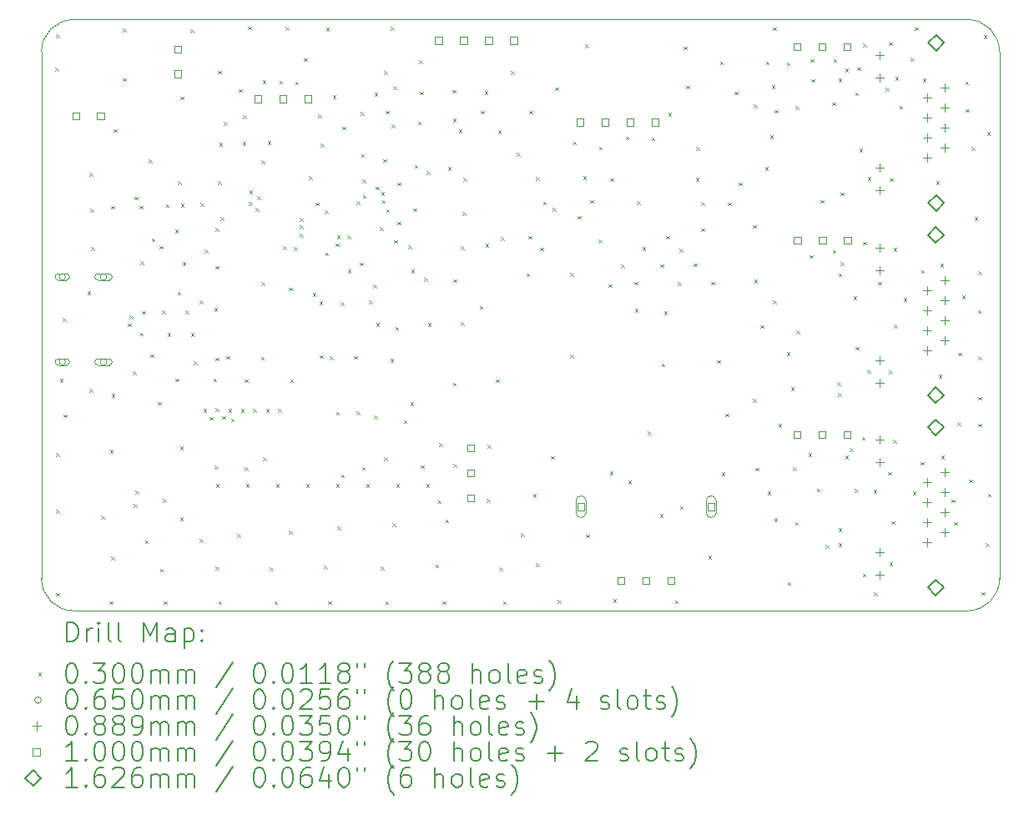
<source format=gbr>
%TF.GenerationSoftware,KiCad,Pcbnew,8.0.8*%
%TF.CreationDate,2026-01-13T22:41:46+09:00*%
%TF.ProjectId,robomas_f103_bridge_NHK2026,726f626f-6d61-4735-9f66-3130335f6272,rev?*%
%TF.SameCoordinates,Original*%
%TF.FileFunction,Drillmap*%
%TF.FilePolarity,Positive*%
%FSLAX45Y45*%
G04 Gerber Fmt 4.5, Leading zero omitted, Abs format (unit mm)*
G04 Created by KiCad (PCBNEW 8.0.8) date 2026-01-13 22:41:46*
%MOMM*%
%LPD*%
G01*
G04 APERTURE LIST*
%ADD10C,0.050000*%
%ADD11C,0.200000*%
%ADD12C,0.100000*%
%ADD13C,0.162560*%
G04 APERTURE END LIST*
D10*
X12220190Y-8175190D02*
G75*
G02*
X11895190Y-8500190I-325000J0D01*
G01*
X2825000Y-2500000D02*
X11895190Y-2499810D01*
X11895190Y-8500190D02*
X2825000Y-8500000D01*
X2825000Y-8500000D02*
G75*
G02*
X2500000Y-8175000I0J325000D01*
G01*
X11895190Y-2499810D02*
G75*
G02*
X12220190Y-2824810I0J-325000D01*
G01*
X12220190Y-2824810D02*
X12220190Y-8175190D01*
X2500000Y-8175000D02*
X2500000Y-2825000D01*
X2500000Y-2825000D02*
G75*
G02*
X2825000Y-2500000I325000J0D01*
G01*
D11*
D12*
X2642360Y-2987920D02*
X2672360Y-3017920D01*
X2672360Y-2987920D02*
X2642360Y-3017920D01*
X2649980Y-6902060D02*
X2679980Y-6932060D01*
X2679980Y-6902060D02*
X2649980Y-6932060D01*
X2649980Y-7476100D02*
X2679980Y-7506100D01*
X2679980Y-7476100D02*
X2649980Y-7506100D01*
X2650000Y-2650000D02*
X2680000Y-2680000D01*
X2680000Y-2650000D02*
X2650000Y-2680000D01*
X2650000Y-8320000D02*
X2680000Y-8350000D01*
X2680000Y-8320000D02*
X2650000Y-8350000D01*
X2685540Y-6145140D02*
X2715540Y-6175140D01*
X2715540Y-6145140D02*
X2685540Y-6175140D01*
X2718560Y-5530460D02*
X2748560Y-5560460D01*
X2748560Y-5530460D02*
X2718560Y-5560460D01*
X2726180Y-6508360D02*
X2756180Y-6538360D01*
X2756180Y-6508360D02*
X2726180Y-6538360D01*
X2964940Y-5256140D02*
X2994940Y-5286140D01*
X2994940Y-5256140D02*
X2964940Y-5286140D01*
X2985260Y-4054720D02*
X3015260Y-4084720D01*
X3015260Y-4054720D02*
X2985260Y-4084720D01*
X2985260Y-6246740D02*
X3015260Y-6276740D01*
X3015260Y-6246740D02*
X2985260Y-6276740D01*
X2995420Y-4417940D02*
X3025420Y-4447940D01*
X3025420Y-4417940D02*
X2995420Y-4447940D01*
X3005580Y-4811640D02*
X3035580Y-4841640D01*
X3035580Y-4811640D02*
X3005580Y-4841640D01*
X3107180Y-7534520D02*
X3137180Y-7564520D01*
X3137180Y-7534520D02*
X3107180Y-7564520D01*
X3191000Y-8403200D02*
X3221000Y-8433200D01*
X3221000Y-8403200D02*
X3191000Y-8433200D01*
X3196080Y-6866500D02*
X3226080Y-6896500D01*
X3226080Y-6866500D02*
X3196080Y-6896500D01*
X3208780Y-4390000D02*
X3238780Y-4420000D01*
X3238780Y-4390000D02*
X3208780Y-4420000D01*
X3208780Y-7951080D02*
X3238780Y-7981080D01*
X3238780Y-7951080D02*
X3208780Y-7981080D01*
X3211320Y-6300080D02*
X3241320Y-6330080D01*
X3241320Y-6300080D02*
X3211320Y-6330080D01*
X3231640Y-3610220D02*
X3261640Y-3640220D01*
X3261640Y-3610220D02*
X3231640Y-3640220D01*
X3328160Y-2589140D02*
X3358160Y-2619140D01*
X3358160Y-2589140D02*
X3328160Y-2619140D01*
X3328160Y-3094600D02*
X3358160Y-3124600D01*
X3358160Y-3094600D02*
X3328160Y-3124600D01*
X3378891Y-5582669D02*
X3408891Y-5612669D01*
X3408891Y-5582669D02*
X3378891Y-5612669D01*
X3391940Y-5503740D02*
X3421940Y-5533740D01*
X3421940Y-5503740D02*
X3391940Y-5533740D01*
X3427220Y-6068940D02*
X3457220Y-6098940D01*
X3457220Y-6068940D02*
X3427220Y-6098940D01*
X3437380Y-7415140D02*
X3467380Y-7445140D01*
X3467380Y-7415140D02*
X3437380Y-7445140D01*
X3445000Y-4296020D02*
X3475000Y-4326020D01*
X3475000Y-4296020D02*
X3445000Y-4326020D01*
X3452620Y-7283060D02*
X3482620Y-7313060D01*
X3482620Y-7283060D02*
X3452620Y-7313060D01*
X3495800Y-4390000D02*
X3525800Y-4420000D01*
X3525800Y-4390000D02*
X3495800Y-4420000D01*
X3498340Y-5677780D02*
X3528340Y-5707780D01*
X3528340Y-5677780D02*
X3498340Y-5707780D01*
X3505960Y-4951340D02*
X3535960Y-4981340D01*
X3535960Y-4951340D02*
X3505960Y-4981340D01*
X3518660Y-5456800D02*
X3548660Y-5486800D01*
X3548660Y-5456800D02*
X3518660Y-5486800D01*
X3551680Y-7785980D02*
X3581680Y-7815980D01*
X3581680Y-7785980D02*
X3551680Y-7815980D01*
X3589780Y-3920100D02*
X3619780Y-3950100D01*
X3619780Y-3920100D02*
X3589780Y-3950100D01*
X3605020Y-5896220D02*
X3635020Y-5926220D01*
X3635020Y-5896220D02*
X3605020Y-5926220D01*
X3617720Y-4720200D02*
X3647720Y-4750200D01*
X3647720Y-4720200D02*
X3617720Y-4750200D01*
X3681220Y-6381360D02*
X3711220Y-6411360D01*
X3711220Y-6381360D02*
X3681220Y-6411360D01*
X3696460Y-4796400D02*
X3726460Y-4826400D01*
X3726460Y-4796400D02*
X3696460Y-4826400D01*
X3704080Y-8073000D02*
X3734080Y-8103000D01*
X3734080Y-8073000D02*
X3704080Y-8103000D01*
X3724400Y-5451720D02*
X3754400Y-5481720D01*
X3754400Y-5451720D02*
X3724400Y-5481720D01*
X3732020Y-7366880D02*
X3762020Y-7396880D01*
X3762020Y-7366880D02*
X3732020Y-7396880D01*
X3742180Y-8403200D02*
X3772180Y-8433200D01*
X3772180Y-8403200D02*
X3742180Y-8433200D01*
X3762500Y-4372220D02*
X3792500Y-4402220D01*
X3792500Y-4372220D02*
X3762500Y-4402220D01*
X3780280Y-5680320D02*
X3810280Y-5710320D01*
X3810280Y-5680320D02*
X3780280Y-5710320D01*
X3856480Y-4633840D02*
X3886480Y-4663840D01*
X3886480Y-4633840D02*
X3856480Y-4663840D01*
X3859020Y-6142600D02*
X3889020Y-6172600D01*
X3889020Y-6142600D02*
X3859020Y-6172600D01*
X3879340Y-5263760D02*
X3909340Y-5293760D01*
X3909340Y-5263760D02*
X3879340Y-5293760D01*
X3886960Y-4141080D02*
X3916960Y-4171080D01*
X3916960Y-4141080D02*
X3886960Y-4171080D01*
X3904740Y-7554840D02*
X3934740Y-7584840D01*
X3934740Y-7554840D02*
X3904740Y-7584840D01*
X3907280Y-6830940D02*
X3937280Y-6860940D01*
X3937280Y-6830940D02*
X3907280Y-6860940D01*
X3909820Y-3280020D02*
X3939820Y-3310020D01*
X3939820Y-3280020D02*
X3909820Y-3310020D01*
X3914900Y-4369680D02*
X3944900Y-4399680D01*
X3944900Y-4369680D02*
X3914900Y-4399680D01*
X3932680Y-4964040D02*
X3962680Y-4994040D01*
X3962680Y-4964040D02*
X3932680Y-4994040D01*
X3960620Y-5451720D02*
X3990620Y-5481720D01*
X3990620Y-5451720D02*
X3960620Y-5481720D01*
X4013960Y-2599300D02*
X4043960Y-2629300D01*
X4043960Y-2599300D02*
X4013960Y-2629300D01*
X4016500Y-5680320D02*
X4046500Y-5710320D01*
X4046500Y-5680320D02*
X4016500Y-5710320D01*
X4046980Y-5969880D02*
X4076980Y-5999880D01*
X4076980Y-5969880D02*
X4046980Y-5999880D01*
X4105400Y-5352660D02*
X4135400Y-5382660D01*
X4135400Y-5352660D02*
X4105400Y-5382660D01*
X4105400Y-7770740D02*
X4135400Y-7800740D01*
X4135400Y-7770740D02*
X4105400Y-7800740D01*
X4113020Y-4359520D02*
X4143020Y-4389520D01*
X4143020Y-4359520D02*
X4113020Y-4389520D01*
X4142000Y-6450150D02*
X4172000Y-6480150D01*
X4172000Y-6450150D02*
X4142000Y-6480150D01*
X4156200Y-4837040D02*
X4186200Y-4867040D01*
X4186200Y-4837040D02*
X4156200Y-4867040D01*
X4204460Y-6533760D02*
X4234460Y-6563760D01*
X4234460Y-6533760D02*
X4204460Y-6563760D01*
X4245100Y-6142600D02*
X4275100Y-6172600D01*
X4275100Y-6142600D02*
X4245100Y-6172600D01*
X4252720Y-5428860D02*
X4282720Y-5458860D01*
X4282720Y-5428860D02*
X4252720Y-5458860D01*
X4255260Y-7029060D02*
X4285260Y-7059060D01*
X4285260Y-7029060D02*
X4255260Y-7059060D01*
X4267000Y-5930150D02*
X4297000Y-5960150D01*
X4297000Y-5930150D02*
X4267000Y-5960150D01*
X4267000Y-6445150D02*
X4297000Y-6475150D01*
X4297000Y-6445150D02*
X4267000Y-6475150D01*
X4267960Y-4616060D02*
X4297960Y-4646060D01*
X4297960Y-4616060D02*
X4267960Y-4646060D01*
X4267960Y-4999600D02*
X4297960Y-5029600D01*
X4297960Y-4999600D02*
X4267960Y-5029600D01*
X4267960Y-8050140D02*
X4297960Y-8080140D01*
X4297960Y-8050140D02*
X4267960Y-8080140D01*
X4270000Y-7216000D02*
X4300000Y-7246000D01*
X4300000Y-7216000D02*
X4270000Y-7246000D01*
X4290820Y-3018400D02*
X4320820Y-3048400D01*
X4320820Y-3018400D02*
X4290820Y-3048400D01*
X4293360Y-4138540D02*
X4323360Y-4168540D01*
X4323360Y-4138540D02*
X4293360Y-4168540D01*
X4295900Y-8403200D02*
X4325900Y-8433200D01*
X4325900Y-8403200D02*
X4295900Y-8433200D01*
X4304880Y-3750000D02*
X4334880Y-3780000D01*
X4334880Y-3750000D02*
X4304880Y-3780000D01*
X4318760Y-4504300D02*
X4348760Y-4534300D01*
X4348760Y-4504300D02*
X4318760Y-4534300D01*
X4331460Y-6523600D02*
X4361460Y-6553600D01*
X4361460Y-6523600D02*
X4331460Y-6553600D01*
X4349240Y-3541640D02*
X4379240Y-3571640D01*
X4379240Y-3541640D02*
X4349240Y-3571640D01*
X4377180Y-5914000D02*
X4407180Y-5944000D01*
X4407180Y-5914000D02*
X4377180Y-5944000D01*
X4397000Y-6450150D02*
X4427000Y-6480150D01*
X4427000Y-6450150D02*
X4397000Y-6480150D01*
X4422900Y-6549000D02*
X4452900Y-6579000D01*
X4452900Y-6549000D02*
X4422900Y-6579000D01*
X4486400Y-7722480D02*
X4516400Y-7752480D01*
X4516400Y-7722480D02*
X4486400Y-7752480D01*
X4501640Y-3203820D02*
X4531640Y-3233820D01*
X4531640Y-3203820D02*
X4501640Y-3233820D01*
X4522000Y-6450150D02*
X4552000Y-6480150D01*
X4552000Y-6450150D02*
X4522000Y-6480150D01*
X4542280Y-3744840D02*
X4572280Y-3774840D01*
X4572280Y-3744840D02*
X4542280Y-3774840D01*
X4545000Y-3470000D02*
X4575000Y-3500000D01*
X4575000Y-3470000D02*
X4545000Y-3500000D01*
X4560060Y-7046840D02*
X4590060Y-7076840D01*
X4590060Y-7046840D02*
X4560060Y-7076840D01*
X4562600Y-6150220D02*
X4592600Y-6180220D01*
X4592600Y-6150220D02*
X4562600Y-6180220D01*
X4574400Y-7216000D02*
X4604400Y-7246000D01*
X4604400Y-7216000D02*
X4574400Y-7246000D01*
X4595620Y-2571360D02*
X4625620Y-2601360D01*
X4625620Y-2571360D02*
X4595620Y-2601360D01*
X4604373Y-4352959D02*
X4634373Y-4382959D01*
X4634373Y-4352959D02*
X4604373Y-4382959D01*
X4609214Y-4232959D02*
X4639214Y-4262959D01*
X4639214Y-4232959D02*
X4609214Y-4262959D01*
X4647000Y-6450150D02*
X4677000Y-6480150D01*
X4677000Y-6450150D02*
X4647000Y-6480150D01*
X4674360Y-4412959D02*
X4704360Y-4442959D01*
X4704360Y-4412959D02*
X4674360Y-4442959D01*
X4690881Y-4292959D02*
X4720881Y-4322959D01*
X4720881Y-4292959D02*
X4690881Y-4322959D01*
X4727700Y-5921620D02*
X4757700Y-5951620D01*
X4757700Y-5921620D02*
X4727700Y-5951620D01*
X4730240Y-5167240D02*
X4760240Y-5197240D01*
X4760240Y-5167240D02*
X4730240Y-5197240D01*
X4732780Y-3930260D02*
X4762780Y-3960260D01*
X4762780Y-3930260D02*
X4732780Y-3960260D01*
X4742940Y-3117460D02*
X4772940Y-3147460D01*
X4772940Y-3117460D02*
X4742940Y-3147460D01*
X4750560Y-6942700D02*
X4780560Y-6972700D01*
X4780560Y-6942700D02*
X4750560Y-6972700D01*
X4777000Y-6450150D02*
X4807000Y-6480150D01*
X4807000Y-6450150D02*
X4777000Y-6480150D01*
X4793740Y-3732140D02*
X4823740Y-3762140D01*
X4823740Y-3732140D02*
X4793740Y-3762140D01*
X4816600Y-8060300D02*
X4846600Y-8090300D01*
X4846600Y-8060300D02*
X4816600Y-8090300D01*
X4862320Y-8403200D02*
X4892320Y-8433200D01*
X4892320Y-8403200D02*
X4862320Y-8433200D01*
X4879200Y-7216000D02*
X4909200Y-7246000D01*
X4909200Y-7216000D02*
X4879200Y-7246000D01*
X4902000Y-6450150D02*
X4932000Y-6480150D01*
X4932000Y-6450150D02*
X4902000Y-6480150D01*
X4913120Y-3120000D02*
X4943120Y-3150000D01*
X4943120Y-3120000D02*
X4913120Y-3150000D01*
X4951220Y-4801480D02*
X4981220Y-4831480D01*
X4981220Y-4801480D02*
X4951220Y-4831480D01*
X4976620Y-2573900D02*
X5006620Y-2603900D01*
X5006620Y-2573900D02*
X4976620Y-2603900D01*
X5009640Y-5220580D02*
X5039640Y-5250580D01*
X5039640Y-5220580D02*
X5009640Y-5250580D01*
X5009640Y-7686920D02*
X5039640Y-7716920D01*
X5039640Y-7686920D02*
X5009640Y-7716920D01*
X5024880Y-6152760D02*
X5054880Y-6182760D01*
X5054880Y-6152760D02*
X5024880Y-6182760D01*
X5062980Y-4809100D02*
X5092980Y-4839100D01*
X5092980Y-4809100D02*
X5062980Y-4839100D01*
X5073140Y-3127620D02*
X5103140Y-3157620D01*
X5103140Y-3127620D02*
X5073140Y-3157620D01*
X5118919Y-4591075D02*
X5148919Y-4621075D01*
X5148919Y-4591075D02*
X5118919Y-4621075D01*
X5121692Y-4511123D02*
X5151692Y-4541123D01*
X5151692Y-4511123D02*
X5121692Y-4541123D01*
X5122464Y-4672384D02*
X5152464Y-4702384D01*
X5152464Y-4672384D02*
X5122464Y-4702384D01*
X5164580Y-2891400D02*
X5194580Y-2921400D01*
X5194580Y-2891400D02*
X5164580Y-2921400D01*
X5184000Y-7216200D02*
X5214000Y-7246200D01*
X5214000Y-7216200D02*
X5184000Y-7246200D01*
X5215380Y-4087740D02*
X5245380Y-4117740D01*
X5245380Y-4087740D02*
X5215380Y-4117740D01*
X5253480Y-5273920D02*
X5283480Y-5303920D01*
X5283480Y-5273920D02*
X5253480Y-5303920D01*
X5281420Y-4356980D02*
X5311420Y-4386980D01*
X5311420Y-4356980D02*
X5281420Y-4386980D01*
X5305000Y-3465000D02*
X5335000Y-3495000D01*
X5335000Y-3465000D02*
X5305000Y-3495000D01*
X5319520Y-5357740D02*
X5349520Y-5387740D01*
X5349520Y-5357740D02*
X5319520Y-5387740D01*
X5322060Y-5906380D02*
X5352060Y-5936380D01*
X5352060Y-5906380D02*
X5322060Y-5936380D01*
X5332220Y-3760080D02*
X5362220Y-3790080D01*
X5362220Y-3760080D02*
X5332220Y-3790080D01*
X5367780Y-8042520D02*
X5397780Y-8072520D01*
X5397780Y-8042520D02*
X5367780Y-8072520D01*
X5372860Y-4438260D02*
X5402860Y-4468260D01*
X5402860Y-4438260D02*
X5372860Y-4468260D01*
X5380480Y-4864980D02*
X5410480Y-4894980D01*
X5410480Y-4864980D02*
X5380480Y-4894980D01*
X5388100Y-2581520D02*
X5418100Y-2611520D01*
X5418100Y-2581520D02*
X5388100Y-2611520D01*
X5410960Y-8403200D02*
X5440960Y-8433200D01*
X5440960Y-8403200D02*
X5410960Y-8433200D01*
X5426200Y-5916540D02*
X5456200Y-5946540D01*
X5456200Y-5916540D02*
X5426200Y-5946540D01*
X5456680Y-3269860D02*
X5486680Y-3299860D01*
X5486680Y-3269860D02*
X5456680Y-3299860D01*
X5485043Y-4771294D02*
X5515043Y-4801294D01*
X5515043Y-4771294D02*
X5485043Y-4801294D01*
X5488800Y-7216200D02*
X5518800Y-7246200D01*
X5518800Y-7216200D02*
X5488800Y-7246200D01*
X5489700Y-6482960D02*
X5519700Y-6512960D01*
X5519700Y-6482960D02*
X5489700Y-6512960D01*
X5497440Y-4692260D02*
X5527440Y-4722260D01*
X5527440Y-4692260D02*
X5497440Y-4722260D01*
X5499860Y-7643740D02*
X5529860Y-7673740D01*
X5529860Y-7643740D02*
X5499860Y-7673740D01*
X5537960Y-5370440D02*
X5567960Y-5400440D01*
X5567960Y-5370440D02*
X5537960Y-5400440D01*
X5540500Y-7115420D02*
X5570500Y-7145420D01*
X5570500Y-7115420D02*
X5540500Y-7145420D01*
X5550660Y-3587360D02*
X5580660Y-3617360D01*
X5580660Y-3587360D02*
X5550660Y-3617360D01*
X5604000Y-4692260D02*
X5634000Y-4722260D01*
X5634000Y-4692260D02*
X5604000Y-4722260D01*
X5609080Y-5040240D02*
X5639080Y-5070240D01*
X5639080Y-5040240D02*
X5609080Y-5070240D01*
X5672580Y-5914000D02*
X5702580Y-5944000D01*
X5702580Y-5914000D02*
X5672580Y-5944000D01*
X5695440Y-6477880D02*
X5725440Y-6507880D01*
X5725440Y-6477880D02*
X5695440Y-6507880D01*
X5697980Y-4341740D02*
X5727980Y-4371740D01*
X5727980Y-4341740D02*
X5697980Y-4371740D01*
X5731000Y-4966580D02*
X5761000Y-4996580D01*
X5761000Y-4966580D02*
X5731000Y-4996580D01*
X5738620Y-3437500D02*
X5768620Y-3467500D01*
X5768620Y-3437500D02*
X5738620Y-3467500D01*
X5743700Y-3864220D02*
X5773700Y-3894220D01*
X5773700Y-3864220D02*
X5743700Y-3894220D01*
X5751320Y-7041760D02*
X5781320Y-7071760D01*
X5781320Y-7041760D02*
X5751320Y-7071760D01*
X5756400Y-4125840D02*
X5786400Y-4155840D01*
X5786400Y-4125840D02*
X5756400Y-4155840D01*
X5758940Y-4281740D02*
X5788940Y-4311740D01*
X5788940Y-4281740D02*
X5758940Y-4311740D01*
X5793600Y-7216200D02*
X5823600Y-7246200D01*
X5823600Y-7216200D02*
X5793600Y-7246200D01*
X5824980Y-5352660D02*
X5854980Y-5382660D01*
X5854980Y-5352660D02*
X5824980Y-5382660D01*
X5868160Y-5190100D02*
X5898160Y-5220100D01*
X5898160Y-5190100D02*
X5868160Y-5220100D01*
X5875780Y-6521060D02*
X5905780Y-6551060D01*
X5905780Y-6521060D02*
X5875780Y-6551060D01*
X5878320Y-3244460D02*
X5908320Y-3274460D01*
X5908320Y-3244460D02*
X5878320Y-3274460D01*
X5891648Y-4194954D02*
X5921648Y-4224954D01*
X5921648Y-4194954D02*
X5891648Y-4224954D01*
X5896100Y-5578720D02*
X5926100Y-5608720D01*
X5926100Y-5578720D02*
X5896100Y-5608720D01*
X5931660Y-4608440D02*
X5961660Y-4638440D01*
X5961660Y-4608440D02*
X5931660Y-4638440D01*
X5941820Y-8050140D02*
X5971820Y-8080140D01*
X5971820Y-8050140D02*
X5941820Y-8080140D01*
X5948217Y-4251523D02*
X5978217Y-4281523D01*
X5978217Y-4251523D02*
X5948217Y-4281523D01*
X5953732Y-4331333D02*
X5983732Y-4361333D01*
X5983732Y-4331333D02*
X5953732Y-4361333D01*
X5967220Y-3917560D02*
X5997220Y-3947560D01*
X5997220Y-3917560D02*
X5967220Y-3947560D01*
X5974840Y-3023480D02*
X6004840Y-3053480D01*
X6004840Y-3023480D02*
X5974840Y-3053480D01*
X5974840Y-6942700D02*
X6004840Y-6972700D01*
X6004840Y-6942700D02*
X5974840Y-6972700D01*
X5987540Y-8403200D02*
X6017540Y-8433200D01*
X6017540Y-8403200D02*
X5987540Y-8433200D01*
X5995160Y-3423600D02*
X6025160Y-3453600D01*
X6025160Y-3423600D02*
X5995160Y-3453600D01*
X5997700Y-4423020D02*
X6027700Y-4453020D01*
X6027700Y-4423020D02*
X5997700Y-4453020D01*
X6038340Y-5941940D02*
X6068340Y-5971940D01*
X6068340Y-5941940D02*
X6038340Y-5971940D01*
X6043420Y-2576440D02*
X6073420Y-2606440D01*
X6073420Y-2576440D02*
X6043420Y-2606440D01*
X6053580Y-3564500D02*
X6083580Y-3594500D01*
X6083580Y-3564500D02*
X6053580Y-3594500D01*
X6061200Y-7610720D02*
X6091200Y-7640720D01*
X6091200Y-7610720D02*
X6061200Y-7640720D01*
X6071360Y-3175880D02*
X6101360Y-3205880D01*
X6101360Y-3175880D02*
X6071360Y-3205880D01*
X6078980Y-4737980D02*
X6108980Y-4767980D01*
X6108980Y-4737980D02*
X6078980Y-4767980D01*
X6089140Y-5619360D02*
X6119140Y-5649360D01*
X6119140Y-5619360D02*
X6089140Y-5649360D01*
X6098400Y-7216000D02*
X6128400Y-7246000D01*
X6128400Y-7216000D02*
X6098400Y-7246000D01*
X6112000Y-4153780D02*
X6142000Y-4183780D01*
X6142000Y-4153780D02*
X6112000Y-4183780D01*
X6112000Y-4550020D02*
X6142000Y-4580020D01*
X6142000Y-4550020D02*
X6112000Y-4580020D01*
X6175500Y-6564800D02*
X6205500Y-6594800D01*
X6205500Y-6564800D02*
X6175500Y-6594800D01*
X6221220Y-4793860D02*
X6251220Y-4823860D01*
X6251220Y-4793860D02*
X6221220Y-4823860D01*
X6244080Y-6383900D02*
X6274080Y-6413900D01*
X6274080Y-6383900D02*
X6244080Y-6413900D01*
X6252198Y-5039040D02*
X6282198Y-5069040D01*
X6282198Y-5039040D02*
X6252198Y-5069040D01*
X6272020Y-4415400D02*
X6302020Y-4445400D01*
X6302020Y-4415400D02*
X6272020Y-4445400D01*
X6284720Y-3975980D02*
X6314720Y-4005980D01*
X6314720Y-3975980D02*
X6284720Y-4005980D01*
X6320000Y-3535000D02*
X6350000Y-3565000D01*
X6350000Y-3535000D02*
X6320000Y-3565000D01*
X6332980Y-2914260D02*
X6362980Y-2944260D01*
X6362980Y-2914260D02*
X6332980Y-2944260D01*
X6340600Y-3231760D02*
X6370600Y-3261760D01*
X6370600Y-3231760D02*
X6340600Y-3261760D01*
X6348220Y-7023980D02*
X6378220Y-7053980D01*
X6378220Y-7023980D02*
X6348220Y-7053980D01*
X6383780Y-5124060D02*
X6413780Y-5154060D01*
X6413780Y-5124060D02*
X6383780Y-5154060D01*
X6403200Y-7216000D02*
X6433200Y-7246000D01*
X6433200Y-7216000D02*
X6403200Y-7246000D01*
X6409180Y-4036940D02*
X6439180Y-4066940D01*
X6439180Y-4036940D02*
X6409180Y-4066940D01*
X6419340Y-5581260D02*
X6449340Y-5611260D01*
X6449340Y-5581260D02*
X6419340Y-5611260D01*
X6495540Y-8029820D02*
X6525540Y-8059820D01*
X6525540Y-8029820D02*
X6495540Y-8059820D01*
X6523480Y-7379580D02*
X6553480Y-7409580D01*
X6553480Y-7379580D02*
X6523480Y-7409580D01*
X6535000Y-6800000D02*
X6565000Y-6830000D01*
X6565000Y-6800000D02*
X6535000Y-6830000D01*
X6566660Y-8403200D02*
X6596660Y-8433200D01*
X6596660Y-8403200D02*
X6566660Y-8433200D01*
X6599680Y-7572620D02*
X6629680Y-7602620D01*
X6629680Y-7572620D02*
X6599680Y-7602620D01*
X6625080Y-3996300D02*
X6655080Y-4026300D01*
X6655080Y-3996300D02*
X6625080Y-4026300D01*
X6670800Y-3213980D02*
X6700800Y-3243980D01*
X6700800Y-3213980D02*
X6670800Y-3243980D01*
X6675000Y-6185000D02*
X6705000Y-6215000D01*
X6705000Y-6185000D02*
X6675000Y-6215000D01*
X6675880Y-3506080D02*
X6705880Y-3536080D01*
X6705880Y-3506080D02*
X6675880Y-3536080D01*
X6680000Y-7010000D02*
X6710000Y-7040000D01*
X6710000Y-7010000D02*
X6680000Y-7040000D01*
X6680960Y-5134220D02*
X6710960Y-5164220D01*
X6710960Y-5134220D02*
X6680960Y-5164220D01*
X6734300Y-3615300D02*
X6764300Y-3645300D01*
X6764300Y-3615300D02*
X6734300Y-3645300D01*
X6755000Y-5570000D02*
X6785000Y-5600000D01*
X6785000Y-5570000D02*
X6755000Y-5600000D01*
X6757160Y-4798940D02*
X6787160Y-4828940D01*
X6787160Y-4798940D02*
X6757160Y-4828940D01*
X6769860Y-4456040D02*
X6799860Y-4486040D01*
X6799860Y-4456040D02*
X6769860Y-4486040D01*
X6780020Y-4105520D02*
X6810020Y-4135520D01*
X6810020Y-4105520D02*
X6780020Y-4135520D01*
X6945000Y-5405000D02*
X6975000Y-5435000D01*
X6975000Y-5405000D02*
X6945000Y-5435000D01*
X6959880Y-3425000D02*
X6989880Y-3455000D01*
X6989880Y-3425000D02*
X6959880Y-3455000D01*
X6995920Y-3226680D02*
X7025920Y-3256680D01*
X7025920Y-3226680D02*
X6995920Y-3256680D01*
X7006080Y-4773540D02*
X7036080Y-4803540D01*
X7036080Y-4773540D02*
X7006080Y-4803540D01*
X7016240Y-7366880D02*
X7046240Y-7396880D01*
X7046240Y-7366880D02*
X7016240Y-7396880D01*
X7026400Y-6815700D02*
X7056400Y-6845700D01*
X7056400Y-6815700D02*
X7026400Y-6845700D01*
X7110000Y-6150000D02*
X7140000Y-6180000D01*
X7140000Y-6150000D02*
X7110000Y-6180000D01*
X7133080Y-3625460D02*
X7163080Y-3655460D01*
X7163080Y-3625460D02*
X7133080Y-3655460D01*
X7145780Y-8060300D02*
X7175780Y-8090300D01*
X7175780Y-8060300D02*
X7145780Y-8090300D01*
X7161020Y-4707500D02*
X7191020Y-4737500D01*
X7191020Y-4707500D02*
X7161020Y-4737500D01*
X7181340Y-8403200D02*
X7211340Y-8433200D01*
X7211340Y-8403200D02*
X7181340Y-8433200D01*
X7265160Y-3020940D02*
X7295160Y-3050940D01*
X7295160Y-3020940D02*
X7265160Y-3050940D01*
X7323580Y-3851520D02*
X7353580Y-3881520D01*
X7353580Y-3851520D02*
X7323580Y-3881520D01*
X7364220Y-7714860D02*
X7394220Y-7744860D01*
X7394220Y-7714860D02*
X7364220Y-7744860D01*
X7420100Y-5075800D02*
X7450100Y-5105800D01*
X7450100Y-5075800D02*
X7420100Y-5105800D01*
X7440420Y-4694800D02*
X7470420Y-4724800D01*
X7470420Y-4694800D02*
X7440420Y-4724800D01*
X7449880Y-3425000D02*
X7479880Y-3455000D01*
X7479880Y-3425000D02*
X7449880Y-3455000D01*
X7486140Y-7316080D02*
X7516140Y-7346080D01*
X7516140Y-7316080D02*
X7486140Y-7346080D01*
X7516620Y-8019660D02*
X7546620Y-8049660D01*
X7546620Y-8019660D02*
X7516620Y-8049660D01*
X7519160Y-4100440D02*
X7549160Y-4130440D01*
X7549160Y-4100440D02*
X7519160Y-4130440D01*
X7557260Y-4814180D02*
X7587260Y-4844180D01*
X7587260Y-4814180D02*
X7557260Y-4844180D01*
X7587740Y-4346820D02*
X7617740Y-4376820D01*
X7617740Y-4346820D02*
X7587740Y-4376820D01*
X7669020Y-6930000D02*
X7699020Y-6960000D01*
X7699020Y-6930000D02*
X7669020Y-6960000D01*
X7684260Y-4410320D02*
X7714260Y-4440320D01*
X7714260Y-4410320D02*
X7684260Y-4440320D01*
X7712200Y-3188580D02*
X7742200Y-3218580D01*
X7742200Y-3188580D02*
X7712200Y-3218580D01*
X7737600Y-8390500D02*
X7767600Y-8420500D01*
X7767600Y-8390500D02*
X7737600Y-8420500D01*
X7864600Y-5903840D02*
X7894600Y-5933840D01*
X7894600Y-5903840D02*
X7864600Y-5933840D01*
X7865000Y-5070000D02*
X7895000Y-5100000D01*
X7895000Y-5070000D02*
X7865000Y-5100000D01*
X7894880Y-3740000D02*
X7924880Y-3770000D01*
X7924880Y-3740000D02*
X7894880Y-3770000D01*
X7940000Y-4490540D02*
X7970000Y-4520540D01*
X7970000Y-4490540D02*
X7940000Y-4520540D01*
X7995000Y-4090000D02*
X8025000Y-4120000D01*
X8025000Y-4090000D02*
X7995000Y-4120000D01*
X8014460Y-2754240D02*
X8044460Y-2784240D01*
X8044460Y-2754240D02*
X8014460Y-2784240D01*
X8027160Y-7727560D02*
X8057160Y-7757560D01*
X8057160Y-7727560D02*
X8027160Y-7757560D01*
X8065000Y-4330000D02*
X8095000Y-4360000D01*
X8095000Y-4330000D02*
X8065000Y-4360000D01*
X8150000Y-4735000D02*
X8180000Y-4765000D01*
X8180000Y-4735000D02*
X8150000Y-4765000D01*
X8156700Y-3788020D02*
X8186700Y-3818020D01*
X8186700Y-3788020D02*
X8156700Y-3818020D01*
X8255000Y-5185000D02*
X8285000Y-5215000D01*
X8285000Y-5185000D02*
X8255000Y-5215000D01*
X8265920Y-7084940D02*
X8295920Y-7114940D01*
X8295920Y-7084940D02*
X8265920Y-7114940D01*
X8268460Y-4110600D02*
X8298460Y-4140600D01*
X8298460Y-4110600D02*
X8268460Y-4140600D01*
X8301480Y-8380340D02*
X8331480Y-8410340D01*
X8331480Y-8380340D02*
X8301480Y-8410340D01*
X8380220Y-4989440D02*
X8410220Y-5019440D01*
X8410220Y-4989440D02*
X8380220Y-5019440D01*
X8428480Y-3686420D02*
X8458480Y-3716420D01*
X8458480Y-3686420D02*
X8428480Y-3716420D01*
X8451340Y-7181460D02*
X8481340Y-7211460D01*
X8481340Y-7181460D02*
X8451340Y-7211460D01*
X8517380Y-5159620D02*
X8547380Y-5189620D01*
X8547380Y-5159620D02*
X8517380Y-5189620D01*
X8520000Y-5435000D02*
X8550000Y-5465000D01*
X8550000Y-5435000D02*
X8520000Y-5465000D01*
X8540000Y-4345000D02*
X8570000Y-4375000D01*
X8570000Y-4345000D02*
X8540000Y-4375000D01*
X8595000Y-4810000D02*
X8625000Y-4840000D01*
X8625000Y-4810000D02*
X8595000Y-4840000D01*
X8652000Y-6678540D02*
X8682000Y-6708540D01*
X8682000Y-6678540D02*
X8652000Y-6708540D01*
X8690100Y-3696580D02*
X8720100Y-3726580D01*
X8720100Y-3696580D02*
X8690100Y-3726580D01*
X8773920Y-7519280D02*
X8803920Y-7549280D01*
X8803920Y-7519280D02*
X8773920Y-7549280D01*
X8776460Y-4981820D02*
X8806460Y-5011820D01*
X8806460Y-4981820D02*
X8776460Y-5011820D01*
X8790000Y-5990000D02*
X8820000Y-6020000D01*
X8820000Y-5990000D02*
X8790000Y-6020000D01*
X8815000Y-5460000D02*
X8845000Y-5490000D01*
X8845000Y-5460000D02*
X8815000Y-5490000D01*
X8837420Y-4694800D02*
X8867420Y-4724800D01*
X8867420Y-4694800D02*
X8837420Y-4724800D01*
X8860280Y-3445120D02*
X8890280Y-3475120D01*
X8890280Y-3445120D02*
X8860280Y-3475120D01*
X8926320Y-8395580D02*
X8956320Y-8425580D01*
X8956320Y-8395580D02*
X8926320Y-8425580D01*
X8954260Y-5167240D02*
X8984260Y-5197240D01*
X8984260Y-5167240D02*
X8954260Y-5197240D01*
X8974580Y-4826880D02*
X9004580Y-4856880D01*
X9004580Y-4826880D02*
X8974580Y-4856880D01*
X8977120Y-7438000D02*
X9007120Y-7468000D01*
X9007120Y-7438000D02*
X8977120Y-7468000D01*
X9015220Y-2772020D02*
X9045220Y-2802020D01*
X9045220Y-2772020D02*
X9015220Y-2802020D01*
X9043160Y-3170800D02*
X9073160Y-3200800D01*
X9073160Y-3170800D02*
X9043160Y-3200800D01*
X9119360Y-4974200D02*
X9149360Y-5004200D01*
X9149360Y-4974200D02*
X9119360Y-5004200D01*
X9140000Y-4105000D02*
X9170000Y-4135000D01*
X9170000Y-4105000D02*
X9140000Y-4135000D01*
X9142220Y-3793100D02*
X9172220Y-3823100D01*
X9172220Y-3793100D02*
X9142220Y-3823100D01*
X9193020Y-4351900D02*
X9223020Y-4381900D01*
X9223020Y-4351900D02*
X9193020Y-4381900D01*
X9195000Y-4620000D02*
X9225000Y-4650000D01*
X9225000Y-4620000D02*
X9195000Y-4650000D01*
X9264140Y-7940920D02*
X9294140Y-7970920D01*
X9294140Y-7940920D02*
X9264140Y-7970920D01*
X9294620Y-5159620D02*
X9324620Y-5189620D01*
X9324620Y-5159620D02*
X9294620Y-5189620D01*
X9355000Y-5955000D02*
X9385000Y-5985000D01*
X9385000Y-5955000D02*
X9355000Y-5985000D01*
X9385000Y-2925000D02*
X9415000Y-2955000D01*
X9415000Y-2925000D02*
X9385000Y-2955000D01*
X9401300Y-7097640D02*
X9431300Y-7127640D01*
X9431300Y-7097640D02*
X9401300Y-7127640D01*
X9440000Y-6500000D02*
X9470000Y-6530000D01*
X9470000Y-6500000D02*
X9440000Y-6530000D01*
X9465000Y-4355000D02*
X9495000Y-4385000D01*
X9495000Y-4355000D02*
X9465000Y-4385000D01*
X9530000Y-3230000D02*
X9560000Y-3260000D01*
X9560000Y-3230000D02*
X9530000Y-3260000D01*
X9575000Y-4155000D02*
X9605000Y-4185000D01*
X9605000Y-4155000D02*
X9575000Y-4185000D01*
X9716260Y-4585580D02*
X9746260Y-4615580D01*
X9746260Y-4585580D02*
X9716260Y-4615580D01*
X9719880Y-6350000D02*
X9749880Y-6380000D01*
X9749880Y-6350000D02*
X9719880Y-6380000D01*
X9725000Y-3360000D02*
X9755000Y-3390000D01*
X9755000Y-3360000D02*
X9725000Y-3390000D01*
X9730000Y-5140000D02*
X9760000Y-5170000D01*
X9760000Y-5140000D02*
X9730000Y-5170000D01*
X9745000Y-7050000D02*
X9775000Y-7080000D01*
X9775000Y-7050000D02*
X9745000Y-7080000D01*
X9795000Y-5600000D02*
X9825000Y-5630000D01*
X9825000Y-5600000D02*
X9795000Y-5630000D01*
X9840720Y-3996300D02*
X9870720Y-4026300D01*
X9870720Y-3996300D02*
X9840720Y-4026300D01*
X9850880Y-2926960D02*
X9880880Y-2956960D01*
X9880880Y-2926960D02*
X9850880Y-2956960D01*
X9865000Y-7290000D02*
X9895000Y-7320000D01*
X9895000Y-7290000D02*
X9865000Y-7320000D01*
X9890000Y-3675000D02*
X9920000Y-3705000D01*
X9920000Y-3675000D02*
X9890000Y-3705000D01*
X9910000Y-3165000D02*
X9940000Y-3195000D01*
X9940000Y-3165000D02*
X9910000Y-3195000D01*
X9919460Y-2578980D02*
X9949460Y-2608980D01*
X9949460Y-2578980D02*
X9919460Y-2608980D01*
X9920000Y-5350000D02*
X9950000Y-5380000D01*
X9950000Y-5350000D02*
X9920000Y-5380000D01*
X9935000Y-7560000D02*
X9965000Y-7590000D01*
X9965000Y-7560000D02*
X9935000Y-7590000D01*
X9940000Y-3415000D02*
X9970000Y-3445000D01*
X9970000Y-3415000D02*
X9940000Y-3445000D01*
X9975340Y-6602340D02*
X10005340Y-6632340D01*
X10005340Y-6602340D02*
X9975340Y-6632340D01*
X10060000Y-5875000D02*
X10090000Y-5905000D01*
X10090000Y-5875000D02*
X10060000Y-5905000D01*
X10061700Y-2934580D02*
X10091700Y-2964580D01*
X10091700Y-2934580D02*
X10061700Y-2964580D01*
X10069320Y-8210160D02*
X10099320Y-8240160D01*
X10099320Y-8210160D02*
X10069320Y-8240160D01*
X10105000Y-6230000D02*
X10135000Y-6260000D01*
X10135000Y-6230000D02*
X10105000Y-6260000D01*
X10125000Y-7045000D02*
X10155000Y-7075000D01*
X10155000Y-7045000D02*
X10125000Y-7075000D01*
X10145000Y-7600000D02*
X10175000Y-7630000D01*
X10175000Y-7600000D02*
X10145000Y-7630000D01*
X10150000Y-3380000D02*
X10180000Y-3410000D01*
X10180000Y-3380000D02*
X10150000Y-3410000D01*
X10160000Y-5655000D02*
X10190000Y-5685000D01*
X10190000Y-5655000D02*
X10160000Y-5685000D01*
X10280140Y-6902060D02*
X10310140Y-6932060D01*
X10310140Y-6902060D02*
X10280140Y-6932060D01*
X10295380Y-4890380D02*
X10325380Y-4920380D01*
X10325380Y-4890380D02*
X10295380Y-4920380D01*
X10303000Y-2901560D02*
X10333000Y-2931560D01*
X10333000Y-2901560D02*
X10303000Y-2931560D01*
X10310620Y-3102220D02*
X10340620Y-3132220D01*
X10340620Y-3102220D02*
X10310620Y-3132220D01*
X10365000Y-7260000D02*
X10395000Y-7290000D01*
X10395000Y-7260000D02*
X10365000Y-7290000D01*
X10402060Y-4331580D02*
X10432060Y-4361580D01*
X10432060Y-4331580D02*
X10402060Y-4361580D01*
X10455000Y-7830000D02*
X10485000Y-7860000D01*
X10485000Y-7830000D02*
X10455000Y-7860000D01*
X10521440Y-3340980D02*
X10551440Y-3370980D01*
X10551440Y-3340980D02*
X10521440Y-3370980D01*
X10525000Y-4840000D02*
X10555000Y-4870000D01*
X10555000Y-4840000D02*
X10525000Y-4870000D01*
X10534140Y-2901560D02*
X10564140Y-2931560D01*
X10564140Y-2901560D02*
X10534140Y-2931560D01*
X10575000Y-6180000D02*
X10605000Y-6210000D01*
X10605000Y-6180000D02*
X10575000Y-6210000D01*
X10579860Y-6292460D02*
X10609860Y-6322460D01*
X10609860Y-6292460D02*
X10579860Y-6322460D01*
X10585000Y-3100000D02*
X10615000Y-3130000D01*
X10615000Y-3100000D02*
X10585000Y-3130000D01*
X10585000Y-5075000D02*
X10615000Y-5105000D01*
X10615000Y-5075000D02*
X10585000Y-5105000D01*
X10585000Y-7665000D02*
X10615000Y-7695000D01*
X10615000Y-7665000D02*
X10585000Y-7695000D01*
X10585000Y-7815000D02*
X10615000Y-7845000D01*
X10615000Y-7815000D02*
X10585000Y-7845000D01*
X10605000Y-4255000D02*
X10635000Y-4285000D01*
X10635000Y-4255000D02*
X10605000Y-4285000D01*
X10607800Y-4961500D02*
X10637800Y-4991500D01*
X10637800Y-4961500D02*
X10607800Y-4991500D01*
X10653520Y-2998080D02*
X10683520Y-3028080D01*
X10683520Y-2998080D02*
X10653520Y-3028080D01*
X10653520Y-6927460D02*
X10683520Y-6957460D01*
X10683520Y-6927460D02*
X10653520Y-6957460D01*
X10700000Y-6848720D02*
X10730000Y-6878720D01*
X10730000Y-6848720D02*
X10700000Y-6878720D01*
X10740000Y-5310000D02*
X10770000Y-5340000D01*
X10770000Y-5310000D02*
X10740000Y-5340000D01*
X10750000Y-7265000D02*
X10780000Y-7295000D01*
X10780000Y-7265000D02*
X10750000Y-7295000D01*
X10755120Y-3239380D02*
X10785120Y-3269380D01*
X10785120Y-3239380D02*
X10755120Y-3269380D01*
X10760000Y-5820000D02*
X10790000Y-5850000D01*
X10790000Y-5820000D02*
X10760000Y-5850000D01*
X10775440Y-2985380D02*
X10805440Y-3015380D01*
X10805440Y-2985380D02*
X10775440Y-3015380D01*
X10798300Y-3808340D02*
X10828300Y-3838340D01*
X10828300Y-3808340D02*
X10798300Y-3838340D01*
X10825000Y-6735000D02*
X10855000Y-6765000D01*
X10855000Y-6735000D02*
X10825000Y-6765000D01*
X10830000Y-8125000D02*
X10860000Y-8155000D01*
X10860000Y-8125000D02*
X10830000Y-8155000D01*
X10833860Y-2741540D02*
X10863860Y-2771540D01*
X10863860Y-2741540D02*
X10833860Y-2771540D01*
X10835000Y-4755000D02*
X10865000Y-4785000D01*
X10865000Y-4755000D02*
X10835000Y-4785000D01*
X10879580Y-6053700D02*
X10909580Y-6083700D01*
X10909580Y-6053700D02*
X10879580Y-6083700D01*
X10882120Y-4100440D02*
X10912120Y-4130440D01*
X10912120Y-4100440D02*
X10882120Y-4130440D01*
X10940540Y-7272900D02*
X10970540Y-7302900D01*
X10970540Y-7272900D02*
X10940540Y-7302900D01*
X10948160Y-8316840D02*
X10978160Y-8346840D01*
X10978160Y-8316840D02*
X10948160Y-8346840D01*
X10988800Y-5162160D02*
X11018800Y-5192160D01*
X11018800Y-5162160D02*
X10988800Y-5192160D01*
X11062460Y-3191120D02*
X11092460Y-3221120D01*
X11092460Y-3191120D02*
X11062460Y-3221120D01*
X11087860Y-7092560D02*
X11117860Y-7122560D01*
X11117860Y-7092560D02*
X11087860Y-7122560D01*
X11100000Y-2730000D02*
X11130000Y-2760000D01*
X11130000Y-2730000D02*
X11100000Y-2760000D01*
X11100560Y-6061320D02*
X11130560Y-6091320D01*
X11130560Y-6061320D02*
X11100560Y-6091320D01*
X11103100Y-8009500D02*
X11133100Y-8039500D01*
X11133100Y-8009500D02*
X11103100Y-8039500D01*
X11108180Y-4110600D02*
X11138180Y-4140600D01*
X11138180Y-4110600D02*
X11108180Y-4140600D01*
X11123420Y-7590400D02*
X11153420Y-7620400D01*
X11153420Y-7590400D02*
X11123420Y-7620400D01*
X11140000Y-6765000D02*
X11170000Y-6795000D01*
X11170000Y-6765000D02*
X11140000Y-6795000D01*
X11145000Y-4820000D02*
X11175000Y-4850000D01*
X11175000Y-4820000D02*
X11145000Y-4850000D01*
X11149880Y-5595000D02*
X11179880Y-5625000D01*
X11179880Y-5595000D02*
X11149880Y-5625000D01*
X11161520Y-3084440D02*
X11191520Y-3114440D01*
X11191520Y-3084440D02*
X11161520Y-3114440D01*
X11204700Y-3374000D02*
X11234700Y-3404000D01*
X11234700Y-3374000D02*
X11204700Y-3404000D01*
X11247880Y-5327260D02*
X11277880Y-5357260D01*
X11277880Y-5327260D02*
X11247880Y-5357260D01*
X11316460Y-2888860D02*
X11346460Y-2918860D01*
X11346460Y-2888860D02*
X11316460Y-2918860D01*
X11339320Y-7290680D02*
X11369320Y-7320680D01*
X11369320Y-7290680D02*
X11339320Y-7320680D01*
X11360000Y-2577200D02*
X11390000Y-2607200D01*
X11390000Y-2577200D02*
X11360000Y-2607200D01*
X11420600Y-6990960D02*
X11450600Y-7020960D01*
X11450600Y-6990960D02*
X11420600Y-7020960D01*
X11425680Y-5042780D02*
X11455680Y-5072780D01*
X11455680Y-5042780D02*
X11425680Y-5072780D01*
X11440920Y-3097140D02*
X11470920Y-3127140D01*
X11470920Y-3097140D02*
X11440920Y-3127140D01*
X11578080Y-4141080D02*
X11608080Y-4171080D01*
X11608080Y-4141080D02*
X11578080Y-4171080D01*
X11600940Y-6104500D02*
X11630940Y-6134500D01*
X11630940Y-6104500D02*
X11600940Y-6134500D01*
X11618720Y-4979280D02*
X11648720Y-5009280D01*
X11648720Y-4979280D02*
X11618720Y-5009280D01*
X11626340Y-6927460D02*
X11656340Y-6957460D01*
X11656340Y-6927460D02*
X11626340Y-6957460D01*
X11735560Y-7369420D02*
X11765560Y-7399420D01*
X11765560Y-7369420D02*
X11735560Y-7399420D01*
X11760331Y-7599931D02*
X11790331Y-7629931D01*
X11790331Y-7599931D02*
X11760331Y-7629931D01*
X11793980Y-6589640D02*
X11823980Y-6619640D01*
X11823980Y-6589640D02*
X11793980Y-6619640D01*
X11801600Y-5880980D02*
X11831600Y-5910980D01*
X11831600Y-5880980D02*
X11801600Y-5910980D01*
X11839880Y-5300000D02*
X11869880Y-5330000D01*
X11869880Y-5300000D02*
X11839880Y-5330000D01*
X11874880Y-3130000D02*
X11904880Y-3160000D01*
X11904880Y-3130000D02*
X11874880Y-3160000D01*
X11877800Y-3409560D02*
X11907800Y-3439560D01*
X11907800Y-3409560D02*
X11877800Y-3439560D01*
X11913360Y-7166220D02*
X11943360Y-7196220D01*
X11943360Y-7166220D02*
X11913360Y-7196220D01*
X11936220Y-3793100D02*
X11966220Y-3823100D01*
X11966220Y-3793100D02*
X11936220Y-3823100D01*
X11966700Y-4504300D02*
X11996700Y-4534300D01*
X11996700Y-4504300D02*
X11966700Y-4534300D01*
X11999880Y-5450000D02*
X12029880Y-5480000D01*
X12029880Y-5450000D02*
X11999880Y-5480000D01*
X12004880Y-5055000D02*
X12034880Y-5085000D01*
X12034880Y-5055000D02*
X12004880Y-5085000D01*
X12004880Y-5920000D02*
X12034880Y-5950000D01*
X12034880Y-5920000D02*
X12004880Y-5950000D01*
X12004880Y-6330000D02*
X12034880Y-6360000D01*
X12034880Y-6330000D02*
X12004880Y-6360000D01*
X12004880Y-6600000D02*
X12034880Y-6630000D01*
X12034880Y-6600000D02*
X12004880Y-6630000D01*
X12040000Y-8310000D02*
X12070000Y-8340000D01*
X12070000Y-8310000D02*
X12040000Y-8340000D01*
X12060000Y-2660000D02*
X12090000Y-2690000D01*
X12090000Y-2660000D02*
X12060000Y-2690000D01*
X12079880Y-7815000D02*
X12109880Y-7845000D01*
X12109880Y-7815000D02*
X12079880Y-7845000D01*
X12094880Y-3640000D02*
X12124880Y-3670000D01*
X12124880Y-3640000D02*
X12094880Y-3670000D01*
X12099880Y-7310000D02*
X12129880Y-7340000D01*
X12129880Y-7310000D02*
X12099880Y-7340000D01*
X2744360Y-5110920D02*
G75*
G02*
X2679360Y-5110920I-32500J0D01*
G01*
X2679360Y-5110920D02*
G75*
G02*
X2744360Y-5110920I32500J0D01*
G01*
X2751860Y-5078420D02*
X2671860Y-5078420D01*
X2671860Y-5143420D02*
G75*
G02*
X2671860Y-5078420I0J32500D01*
G01*
X2671860Y-5143420D02*
X2751860Y-5143420D01*
X2751860Y-5143420D02*
G75*
G03*
X2751860Y-5078420I0J32500D01*
G01*
X2744360Y-5974920D02*
G75*
G02*
X2679360Y-5974920I-32500J0D01*
G01*
X2679360Y-5974920D02*
G75*
G02*
X2744360Y-5974920I32500J0D01*
G01*
X2751860Y-5942420D02*
X2671860Y-5942420D01*
X2671860Y-6007420D02*
G75*
G02*
X2671860Y-5942420I0J32500D01*
G01*
X2671860Y-6007420D02*
X2751860Y-6007420D01*
X2751860Y-6007420D02*
G75*
G03*
X2751860Y-5942420I0J32500D01*
G01*
X3162360Y-5110920D02*
G75*
G02*
X3097360Y-5110920I-32500J0D01*
G01*
X3097360Y-5110920D02*
G75*
G02*
X3162360Y-5110920I32500J0D01*
G01*
X3184860Y-5078420D02*
X3074860Y-5078420D01*
X3074860Y-5143420D02*
G75*
G02*
X3074860Y-5078420I0J32500D01*
G01*
X3074860Y-5143420D02*
X3184860Y-5143420D01*
X3184860Y-5143420D02*
G75*
G03*
X3184860Y-5078420I0J32500D01*
G01*
X3162360Y-5974920D02*
G75*
G02*
X3097360Y-5974920I-32500J0D01*
G01*
X3097360Y-5974920D02*
G75*
G02*
X3162360Y-5974920I32500J0D01*
G01*
X3184860Y-5942420D02*
X3074860Y-5942420D01*
X3074860Y-6007420D02*
G75*
G02*
X3074860Y-5942420I0J32500D01*
G01*
X3074860Y-6007420D02*
X3184860Y-6007420D01*
X3184860Y-6007420D02*
G75*
G03*
X3184860Y-5942420I0J32500D01*
G01*
X11001900Y-4769750D02*
X11001900Y-4858650D01*
X10957450Y-4814200D02*
X11046350Y-4814200D01*
X11001900Y-4998350D02*
X11001900Y-5087250D01*
X10957450Y-5042800D02*
X11046350Y-5042800D01*
X11001900Y-5912750D02*
X11001900Y-6001650D01*
X10957450Y-5957200D02*
X11046350Y-5957200D01*
X11001900Y-6141350D02*
X11001900Y-6230250D01*
X10957450Y-6185800D02*
X11046350Y-6185800D01*
X11002400Y-6720350D02*
X11002400Y-6809250D01*
X10957950Y-6764800D02*
X11046850Y-6764800D01*
X11002400Y-6948950D02*
X11002400Y-7037850D01*
X10957950Y-6993400D02*
X11046850Y-6993400D01*
X11002400Y-7863350D02*
X11002400Y-7952250D01*
X10957950Y-7907800D02*
X11046850Y-7907800D01*
X11002400Y-8091950D02*
X11002400Y-8180850D01*
X10957950Y-8136400D02*
X11046850Y-8136400D01*
X11003500Y-2817550D02*
X11003500Y-2906450D01*
X10959050Y-2862000D02*
X11047950Y-2862000D01*
X11003500Y-3046150D02*
X11003500Y-3135050D01*
X10959050Y-3090600D02*
X11047950Y-3090600D01*
X11003500Y-3960550D02*
X11003500Y-4049450D01*
X10959050Y-4005000D02*
X11047950Y-4005000D01*
X11003500Y-4189150D02*
X11003500Y-4278050D01*
X10959050Y-4233600D02*
X11047950Y-4233600D01*
X11484500Y-5201550D02*
X11484500Y-5290450D01*
X11440050Y-5246000D02*
X11528950Y-5246000D01*
X11484500Y-5404750D02*
X11484500Y-5493650D01*
X11440050Y-5449200D02*
X11528950Y-5449200D01*
X11484500Y-5607950D02*
X11484500Y-5696850D01*
X11440050Y-5652400D02*
X11528950Y-5652400D01*
X11484500Y-5811150D02*
X11484500Y-5900050D01*
X11440050Y-5855600D02*
X11528950Y-5855600D01*
X11485000Y-7152150D02*
X11485000Y-7241050D01*
X11440550Y-7196600D02*
X11529450Y-7196600D01*
X11485000Y-7355350D02*
X11485000Y-7444250D01*
X11440550Y-7399800D02*
X11529450Y-7399800D01*
X11485000Y-7558550D02*
X11485000Y-7647450D01*
X11440550Y-7603000D02*
X11529450Y-7603000D01*
X11485000Y-7761750D02*
X11485000Y-7850650D01*
X11440550Y-7806200D02*
X11529450Y-7806200D01*
X11486100Y-3249350D02*
X11486100Y-3338250D01*
X11441650Y-3293800D02*
X11530550Y-3293800D01*
X11486100Y-3452550D02*
X11486100Y-3541450D01*
X11441650Y-3497000D02*
X11530550Y-3497000D01*
X11486100Y-3655750D02*
X11486100Y-3744650D01*
X11441650Y-3700200D02*
X11530550Y-3700200D01*
X11486100Y-3858950D02*
X11486100Y-3947850D01*
X11441650Y-3903400D02*
X11530550Y-3903400D01*
X11662300Y-5099950D02*
X11662300Y-5188850D01*
X11617850Y-5144400D02*
X11706750Y-5144400D01*
X11662300Y-5303150D02*
X11662300Y-5392050D01*
X11617850Y-5347600D02*
X11706750Y-5347600D01*
X11662300Y-5506350D02*
X11662300Y-5595250D01*
X11617850Y-5550800D02*
X11706750Y-5550800D01*
X11662300Y-5709550D02*
X11662300Y-5798450D01*
X11617850Y-5754000D02*
X11706750Y-5754000D01*
X11662800Y-7050550D02*
X11662800Y-7139450D01*
X11618350Y-7095000D02*
X11707250Y-7095000D01*
X11662800Y-7253750D02*
X11662800Y-7342650D01*
X11618350Y-7298200D02*
X11707250Y-7298200D01*
X11662800Y-7456950D02*
X11662800Y-7545850D01*
X11618350Y-7501400D02*
X11707250Y-7501400D01*
X11662800Y-7660150D02*
X11662800Y-7749050D01*
X11618350Y-7704600D02*
X11707250Y-7704600D01*
X11663900Y-3147750D02*
X11663900Y-3236650D01*
X11619450Y-3192200D02*
X11708350Y-3192200D01*
X11663900Y-3350950D02*
X11663900Y-3439850D01*
X11619450Y-3395400D02*
X11708350Y-3395400D01*
X11663900Y-3554150D02*
X11663900Y-3643050D01*
X11619450Y-3598600D02*
X11708350Y-3598600D01*
X11663900Y-3757350D02*
X11663900Y-3846250D01*
X11619450Y-3801800D02*
X11708350Y-3801800D01*
X2885356Y-3515356D02*
X2885356Y-3444644D01*
X2814644Y-3444644D01*
X2814644Y-3515356D01*
X2885356Y-3515356D01*
X3135356Y-3515356D02*
X3135356Y-3444644D01*
X3064644Y-3444644D01*
X3064644Y-3515356D01*
X3135356Y-3515356D01*
X3917856Y-2835356D02*
X3917856Y-2764644D01*
X3847144Y-2764644D01*
X3847144Y-2835356D01*
X3917856Y-2835356D01*
X3917856Y-3085356D02*
X3917856Y-3014644D01*
X3847144Y-3014644D01*
X3847144Y-3085356D01*
X3917856Y-3085356D01*
X4730856Y-3340356D02*
X4730856Y-3269644D01*
X4660144Y-3269644D01*
X4660144Y-3340356D01*
X4730856Y-3340356D01*
X4984856Y-3340356D02*
X4984856Y-3269644D01*
X4914144Y-3269644D01*
X4914144Y-3340356D01*
X4984856Y-3340356D01*
X5238856Y-3340356D02*
X5238856Y-3269644D01*
X5168144Y-3269644D01*
X5168144Y-3340356D01*
X5238856Y-3340356D01*
X6563356Y-2747856D02*
X6563356Y-2677144D01*
X6492644Y-2677144D01*
X6492644Y-2747856D01*
X6563356Y-2747856D01*
X6817356Y-2747856D02*
X6817356Y-2677144D01*
X6746644Y-2677144D01*
X6746644Y-2747856D01*
X6817356Y-2747856D01*
X6891456Y-6884876D02*
X6891456Y-6814164D01*
X6820744Y-6814164D01*
X6820744Y-6884876D01*
X6891456Y-6884876D01*
X6891456Y-7138876D02*
X6891456Y-7068164D01*
X6820744Y-7068164D01*
X6820744Y-7138876D01*
X6891456Y-7138876D01*
X6891456Y-7392876D02*
X6891456Y-7322164D01*
X6820744Y-7322164D01*
X6820744Y-7392876D01*
X6891456Y-7392876D01*
X7071356Y-2747856D02*
X7071356Y-2677144D01*
X7000644Y-2677144D01*
X7000644Y-2747856D01*
X7071356Y-2747856D01*
X7325356Y-2747856D02*
X7325356Y-2677144D01*
X7254644Y-2677144D01*
X7254644Y-2747856D01*
X7325356Y-2747856D01*
X8000356Y-3577856D02*
X8000356Y-3507144D01*
X7929644Y-3507144D01*
X7929644Y-3577856D01*
X8000356Y-3577856D01*
X8009336Y-7480036D02*
X8009336Y-7409324D01*
X7938624Y-7409324D01*
X7938624Y-7480036D01*
X8009336Y-7480036D01*
X7923980Y-7384680D02*
X7923980Y-7504680D01*
X8023980Y-7504680D02*
G75*
G02*
X7923980Y-7504680I-50000J0D01*
G01*
X8023980Y-7504680D02*
X8023980Y-7384680D01*
X8023980Y-7384680D02*
G75*
G03*
X7923980Y-7384680I-50000J0D01*
G01*
X8254356Y-3577856D02*
X8254356Y-3507144D01*
X8183644Y-3507144D01*
X8183644Y-3577856D01*
X8254356Y-3577856D01*
X8415336Y-8230036D02*
X8415336Y-8159324D01*
X8344624Y-8159324D01*
X8344624Y-8230036D01*
X8415336Y-8230036D01*
X8508356Y-3577856D02*
X8508356Y-3507144D01*
X8437644Y-3507144D01*
X8437644Y-3577856D01*
X8508356Y-3577856D01*
X8669336Y-8230036D02*
X8669336Y-8159324D01*
X8598624Y-8159324D01*
X8598624Y-8230036D01*
X8669336Y-8230036D01*
X8762356Y-3577856D02*
X8762356Y-3507144D01*
X8691644Y-3507144D01*
X8691644Y-3577856D01*
X8762356Y-3577856D01*
X8923336Y-8230036D02*
X8923336Y-8159324D01*
X8852624Y-8159324D01*
X8852624Y-8230036D01*
X8923336Y-8230036D01*
X9329336Y-7480036D02*
X9329336Y-7409324D01*
X9258624Y-7409324D01*
X9258624Y-7480036D01*
X9329336Y-7480036D01*
X9243980Y-7384680D02*
X9243980Y-7504680D01*
X9343980Y-7504680D02*
G75*
G02*
X9243980Y-7504680I-50000J0D01*
G01*
X9343980Y-7504680D02*
X9343980Y-7384680D01*
X9343980Y-7384680D02*
G75*
G03*
X9243980Y-7384680I-50000J0D01*
G01*
X10200156Y-6749356D02*
X10200156Y-6678644D01*
X10129444Y-6678644D01*
X10129444Y-6749356D01*
X10200156Y-6749356D01*
X10201256Y-2812556D02*
X10201256Y-2741844D01*
X10130544Y-2741844D01*
X10130544Y-2812556D01*
X10201256Y-2812556D01*
X10203556Y-4775156D02*
X10203556Y-4704444D01*
X10132844Y-4704444D01*
X10132844Y-4775156D01*
X10203556Y-4775156D01*
X10454156Y-6749356D02*
X10454156Y-6678644D01*
X10383444Y-6678644D01*
X10383444Y-6749356D01*
X10454156Y-6749356D01*
X10455256Y-2812556D02*
X10455256Y-2741844D01*
X10384544Y-2741844D01*
X10384544Y-2812556D01*
X10455256Y-2812556D01*
X10457556Y-4775156D02*
X10457556Y-4704444D01*
X10386844Y-4704444D01*
X10386844Y-4775156D01*
X10457556Y-4775156D01*
X10708156Y-6749356D02*
X10708156Y-6678644D01*
X10637444Y-6678644D01*
X10637444Y-6749356D01*
X10708156Y-6749356D01*
X10709256Y-2812556D02*
X10709256Y-2741844D01*
X10638544Y-2741844D01*
X10638544Y-2812556D01*
X10709256Y-2812556D01*
X10711556Y-4775156D02*
X10711556Y-4704444D01*
X10640844Y-4704444D01*
X10640844Y-4775156D01*
X10711556Y-4775156D01*
D13*
X11573400Y-4768480D02*
X11654680Y-4687200D01*
X11573400Y-4605920D01*
X11492120Y-4687200D01*
X11573400Y-4768480D01*
X11573400Y-6394080D02*
X11654680Y-6312800D01*
X11573400Y-6231520D01*
X11492120Y-6312800D01*
X11573400Y-6394080D01*
X11573900Y-6719080D02*
X11655180Y-6637800D01*
X11573900Y-6556520D01*
X11492620Y-6637800D01*
X11573900Y-6719080D01*
X11573900Y-8344680D02*
X11655180Y-8263400D01*
X11573900Y-8182120D01*
X11492620Y-8263400D01*
X11573900Y-8344680D01*
X11575000Y-2816280D02*
X11656280Y-2735000D01*
X11575000Y-2653720D01*
X11493720Y-2735000D01*
X11575000Y-2816280D01*
X11575000Y-4441880D02*
X11656280Y-4360600D01*
X11575000Y-4279320D01*
X11493720Y-4360600D01*
X11575000Y-4441880D01*
D11*
X2758277Y-8814174D02*
X2758277Y-8614174D01*
X2758277Y-8614174D02*
X2805896Y-8614174D01*
X2805896Y-8614174D02*
X2834467Y-8623698D01*
X2834467Y-8623698D02*
X2853515Y-8642746D01*
X2853515Y-8642746D02*
X2863039Y-8661793D01*
X2863039Y-8661793D02*
X2872562Y-8699888D01*
X2872562Y-8699888D02*
X2872562Y-8728460D01*
X2872562Y-8728460D02*
X2863039Y-8766555D01*
X2863039Y-8766555D02*
X2853515Y-8785603D01*
X2853515Y-8785603D02*
X2834467Y-8804650D01*
X2834467Y-8804650D02*
X2805896Y-8814174D01*
X2805896Y-8814174D02*
X2758277Y-8814174D01*
X2958277Y-8814174D02*
X2958277Y-8680841D01*
X2958277Y-8718936D02*
X2967801Y-8699888D01*
X2967801Y-8699888D02*
X2977324Y-8690365D01*
X2977324Y-8690365D02*
X2996372Y-8680841D01*
X2996372Y-8680841D02*
X3015420Y-8680841D01*
X3082086Y-8814174D02*
X3082086Y-8680841D01*
X3082086Y-8614174D02*
X3072562Y-8623698D01*
X3072562Y-8623698D02*
X3082086Y-8633222D01*
X3082086Y-8633222D02*
X3091610Y-8623698D01*
X3091610Y-8623698D02*
X3082086Y-8614174D01*
X3082086Y-8614174D02*
X3082086Y-8633222D01*
X3205896Y-8814174D02*
X3186848Y-8804650D01*
X3186848Y-8804650D02*
X3177324Y-8785603D01*
X3177324Y-8785603D02*
X3177324Y-8614174D01*
X3310658Y-8814174D02*
X3291610Y-8804650D01*
X3291610Y-8804650D02*
X3282086Y-8785603D01*
X3282086Y-8785603D02*
X3282086Y-8614174D01*
X3539229Y-8814174D02*
X3539229Y-8614174D01*
X3539229Y-8614174D02*
X3605896Y-8757031D01*
X3605896Y-8757031D02*
X3672562Y-8614174D01*
X3672562Y-8614174D02*
X3672562Y-8814174D01*
X3853515Y-8814174D02*
X3853515Y-8709412D01*
X3853515Y-8709412D02*
X3843991Y-8690365D01*
X3843991Y-8690365D02*
X3824943Y-8680841D01*
X3824943Y-8680841D02*
X3786848Y-8680841D01*
X3786848Y-8680841D02*
X3767801Y-8690365D01*
X3853515Y-8804650D02*
X3834467Y-8814174D01*
X3834467Y-8814174D02*
X3786848Y-8814174D01*
X3786848Y-8814174D02*
X3767801Y-8804650D01*
X3767801Y-8804650D02*
X3758277Y-8785603D01*
X3758277Y-8785603D02*
X3758277Y-8766555D01*
X3758277Y-8766555D02*
X3767801Y-8747507D01*
X3767801Y-8747507D02*
X3786848Y-8737984D01*
X3786848Y-8737984D02*
X3834467Y-8737984D01*
X3834467Y-8737984D02*
X3853515Y-8728460D01*
X3948753Y-8680841D02*
X3948753Y-8880841D01*
X3948753Y-8690365D02*
X3967801Y-8680841D01*
X3967801Y-8680841D02*
X4005896Y-8680841D01*
X4005896Y-8680841D02*
X4024943Y-8690365D01*
X4024943Y-8690365D02*
X4034467Y-8699888D01*
X4034467Y-8699888D02*
X4043991Y-8718936D01*
X4043991Y-8718936D02*
X4043991Y-8776079D01*
X4043991Y-8776079D02*
X4034467Y-8795126D01*
X4034467Y-8795126D02*
X4024943Y-8804650D01*
X4024943Y-8804650D02*
X4005896Y-8814174D01*
X4005896Y-8814174D02*
X3967801Y-8814174D01*
X3967801Y-8814174D02*
X3948753Y-8804650D01*
X4129705Y-8795126D02*
X4139229Y-8804650D01*
X4139229Y-8804650D02*
X4129705Y-8814174D01*
X4129705Y-8814174D02*
X4120182Y-8804650D01*
X4120182Y-8804650D02*
X4129705Y-8795126D01*
X4129705Y-8795126D02*
X4129705Y-8814174D01*
X4129705Y-8690365D02*
X4139229Y-8699888D01*
X4139229Y-8699888D02*
X4129705Y-8709412D01*
X4129705Y-8709412D02*
X4120182Y-8699888D01*
X4120182Y-8699888D02*
X4129705Y-8690365D01*
X4129705Y-8690365D02*
X4129705Y-8709412D01*
D12*
X2467500Y-9127690D02*
X2497500Y-9157690D01*
X2497500Y-9127690D02*
X2467500Y-9157690D01*
D11*
X2796372Y-9034174D02*
X2815420Y-9034174D01*
X2815420Y-9034174D02*
X2834467Y-9043698D01*
X2834467Y-9043698D02*
X2843991Y-9053222D01*
X2843991Y-9053222D02*
X2853515Y-9072269D01*
X2853515Y-9072269D02*
X2863039Y-9110365D01*
X2863039Y-9110365D02*
X2863039Y-9157984D01*
X2863039Y-9157984D02*
X2853515Y-9196079D01*
X2853515Y-9196079D02*
X2843991Y-9215126D01*
X2843991Y-9215126D02*
X2834467Y-9224650D01*
X2834467Y-9224650D02*
X2815420Y-9234174D01*
X2815420Y-9234174D02*
X2796372Y-9234174D01*
X2796372Y-9234174D02*
X2777324Y-9224650D01*
X2777324Y-9224650D02*
X2767801Y-9215126D01*
X2767801Y-9215126D02*
X2758277Y-9196079D01*
X2758277Y-9196079D02*
X2748753Y-9157984D01*
X2748753Y-9157984D02*
X2748753Y-9110365D01*
X2748753Y-9110365D02*
X2758277Y-9072269D01*
X2758277Y-9072269D02*
X2767801Y-9053222D01*
X2767801Y-9053222D02*
X2777324Y-9043698D01*
X2777324Y-9043698D02*
X2796372Y-9034174D01*
X2948753Y-9215126D02*
X2958277Y-9224650D01*
X2958277Y-9224650D02*
X2948753Y-9234174D01*
X2948753Y-9234174D02*
X2939229Y-9224650D01*
X2939229Y-9224650D02*
X2948753Y-9215126D01*
X2948753Y-9215126D02*
X2948753Y-9234174D01*
X3024943Y-9034174D02*
X3148753Y-9034174D01*
X3148753Y-9034174D02*
X3082086Y-9110365D01*
X3082086Y-9110365D02*
X3110658Y-9110365D01*
X3110658Y-9110365D02*
X3129705Y-9119888D01*
X3129705Y-9119888D02*
X3139229Y-9129412D01*
X3139229Y-9129412D02*
X3148753Y-9148460D01*
X3148753Y-9148460D02*
X3148753Y-9196079D01*
X3148753Y-9196079D02*
X3139229Y-9215126D01*
X3139229Y-9215126D02*
X3129705Y-9224650D01*
X3129705Y-9224650D02*
X3110658Y-9234174D01*
X3110658Y-9234174D02*
X3053515Y-9234174D01*
X3053515Y-9234174D02*
X3034467Y-9224650D01*
X3034467Y-9224650D02*
X3024943Y-9215126D01*
X3272562Y-9034174D02*
X3291610Y-9034174D01*
X3291610Y-9034174D02*
X3310658Y-9043698D01*
X3310658Y-9043698D02*
X3320182Y-9053222D01*
X3320182Y-9053222D02*
X3329705Y-9072269D01*
X3329705Y-9072269D02*
X3339229Y-9110365D01*
X3339229Y-9110365D02*
X3339229Y-9157984D01*
X3339229Y-9157984D02*
X3329705Y-9196079D01*
X3329705Y-9196079D02*
X3320182Y-9215126D01*
X3320182Y-9215126D02*
X3310658Y-9224650D01*
X3310658Y-9224650D02*
X3291610Y-9234174D01*
X3291610Y-9234174D02*
X3272562Y-9234174D01*
X3272562Y-9234174D02*
X3253515Y-9224650D01*
X3253515Y-9224650D02*
X3243991Y-9215126D01*
X3243991Y-9215126D02*
X3234467Y-9196079D01*
X3234467Y-9196079D02*
X3224943Y-9157984D01*
X3224943Y-9157984D02*
X3224943Y-9110365D01*
X3224943Y-9110365D02*
X3234467Y-9072269D01*
X3234467Y-9072269D02*
X3243991Y-9053222D01*
X3243991Y-9053222D02*
X3253515Y-9043698D01*
X3253515Y-9043698D02*
X3272562Y-9034174D01*
X3463039Y-9034174D02*
X3482086Y-9034174D01*
X3482086Y-9034174D02*
X3501134Y-9043698D01*
X3501134Y-9043698D02*
X3510658Y-9053222D01*
X3510658Y-9053222D02*
X3520182Y-9072269D01*
X3520182Y-9072269D02*
X3529705Y-9110365D01*
X3529705Y-9110365D02*
X3529705Y-9157984D01*
X3529705Y-9157984D02*
X3520182Y-9196079D01*
X3520182Y-9196079D02*
X3510658Y-9215126D01*
X3510658Y-9215126D02*
X3501134Y-9224650D01*
X3501134Y-9224650D02*
X3482086Y-9234174D01*
X3482086Y-9234174D02*
X3463039Y-9234174D01*
X3463039Y-9234174D02*
X3443991Y-9224650D01*
X3443991Y-9224650D02*
X3434467Y-9215126D01*
X3434467Y-9215126D02*
X3424943Y-9196079D01*
X3424943Y-9196079D02*
X3415420Y-9157984D01*
X3415420Y-9157984D02*
X3415420Y-9110365D01*
X3415420Y-9110365D02*
X3424943Y-9072269D01*
X3424943Y-9072269D02*
X3434467Y-9053222D01*
X3434467Y-9053222D02*
X3443991Y-9043698D01*
X3443991Y-9043698D02*
X3463039Y-9034174D01*
X3615420Y-9234174D02*
X3615420Y-9100841D01*
X3615420Y-9119888D02*
X3624943Y-9110365D01*
X3624943Y-9110365D02*
X3643991Y-9100841D01*
X3643991Y-9100841D02*
X3672563Y-9100841D01*
X3672563Y-9100841D02*
X3691610Y-9110365D01*
X3691610Y-9110365D02*
X3701134Y-9129412D01*
X3701134Y-9129412D02*
X3701134Y-9234174D01*
X3701134Y-9129412D02*
X3710658Y-9110365D01*
X3710658Y-9110365D02*
X3729705Y-9100841D01*
X3729705Y-9100841D02*
X3758277Y-9100841D01*
X3758277Y-9100841D02*
X3777324Y-9110365D01*
X3777324Y-9110365D02*
X3786848Y-9129412D01*
X3786848Y-9129412D02*
X3786848Y-9234174D01*
X3882086Y-9234174D02*
X3882086Y-9100841D01*
X3882086Y-9119888D02*
X3891610Y-9110365D01*
X3891610Y-9110365D02*
X3910658Y-9100841D01*
X3910658Y-9100841D02*
X3939229Y-9100841D01*
X3939229Y-9100841D02*
X3958277Y-9110365D01*
X3958277Y-9110365D02*
X3967801Y-9129412D01*
X3967801Y-9129412D02*
X3967801Y-9234174D01*
X3967801Y-9129412D02*
X3977324Y-9110365D01*
X3977324Y-9110365D02*
X3996372Y-9100841D01*
X3996372Y-9100841D02*
X4024943Y-9100841D01*
X4024943Y-9100841D02*
X4043991Y-9110365D01*
X4043991Y-9110365D02*
X4053515Y-9129412D01*
X4053515Y-9129412D02*
X4053515Y-9234174D01*
X4443991Y-9024650D02*
X4272563Y-9281793D01*
X4701134Y-9034174D02*
X4720182Y-9034174D01*
X4720182Y-9034174D02*
X4739229Y-9043698D01*
X4739229Y-9043698D02*
X4748753Y-9053222D01*
X4748753Y-9053222D02*
X4758277Y-9072269D01*
X4758277Y-9072269D02*
X4767801Y-9110365D01*
X4767801Y-9110365D02*
X4767801Y-9157984D01*
X4767801Y-9157984D02*
X4758277Y-9196079D01*
X4758277Y-9196079D02*
X4748753Y-9215126D01*
X4748753Y-9215126D02*
X4739229Y-9224650D01*
X4739229Y-9224650D02*
X4720182Y-9234174D01*
X4720182Y-9234174D02*
X4701134Y-9234174D01*
X4701134Y-9234174D02*
X4682087Y-9224650D01*
X4682087Y-9224650D02*
X4672563Y-9215126D01*
X4672563Y-9215126D02*
X4663039Y-9196079D01*
X4663039Y-9196079D02*
X4653515Y-9157984D01*
X4653515Y-9157984D02*
X4653515Y-9110365D01*
X4653515Y-9110365D02*
X4663039Y-9072269D01*
X4663039Y-9072269D02*
X4672563Y-9053222D01*
X4672563Y-9053222D02*
X4682087Y-9043698D01*
X4682087Y-9043698D02*
X4701134Y-9034174D01*
X4853515Y-9215126D02*
X4863039Y-9224650D01*
X4863039Y-9224650D02*
X4853515Y-9234174D01*
X4853515Y-9234174D02*
X4843991Y-9224650D01*
X4843991Y-9224650D02*
X4853515Y-9215126D01*
X4853515Y-9215126D02*
X4853515Y-9234174D01*
X4986848Y-9034174D02*
X5005896Y-9034174D01*
X5005896Y-9034174D02*
X5024944Y-9043698D01*
X5024944Y-9043698D02*
X5034468Y-9053222D01*
X5034468Y-9053222D02*
X5043991Y-9072269D01*
X5043991Y-9072269D02*
X5053515Y-9110365D01*
X5053515Y-9110365D02*
X5053515Y-9157984D01*
X5053515Y-9157984D02*
X5043991Y-9196079D01*
X5043991Y-9196079D02*
X5034468Y-9215126D01*
X5034468Y-9215126D02*
X5024944Y-9224650D01*
X5024944Y-9224650D02*
X5005896Y-9234174D01*
X5005896Y-9234174D02*
X4986848Y-9234174D01*
X4986848Y-9234174D02*
X4967801Y-9224650D01*
X4967801Y-9224650D02*
X4958277Y-9215126D01*
X4958277Y-9215126D02*
X4948753Y-9196079D01*
X4948753Y-9196079D02*
X4939229Y-9157984D01*
X4939229Y-9157984D02*
X4939229Y-9110365D01*
X4939229Y-9110365D02*
X4948753Y-9072269D01*
X4948753Y-9072269D02*
X4958277Y-9053222D01*
X4958277Y-9053222D02*
X4967801Y-9043698D01*
X4967801Y-9043698D02*
X4986848Y-9034174D01*
X5243991Y-9234174D02*
X5129706Y-9234174D01*
X5186848Y-9234174D02*
X5186848Y-9034174D01*
X5186848Y-9034174D02*
X5167801Y-9062746D01*
X5167801Y-9062746D02*
X5148753Y-9081793D01*
X5148753Y-9081793D02*
X5129706Y-9091317D01*
X5434468Y-9234174D02*
X5320182Y-9234174D01*
X5377325Y-9234174D02*
X5377325Y-9034174D01*
X5377325Y-9034174D02*
X5358277Y-9062746D01*
X5358277Y-9062746D02*
X5339229Y-9081793D01*
X5339229Y-9081793D02*
X5320182Y-9091317D01*
X5548753Y-9119888D02*
X5529706Y-9110365D01*
X5529706Y-9110365D02*
X5520182Y-9100841D01*
X5520182Y-9100841D02*
X5510658Y-9081793D01*
X5510658Y-9081793D02*
X5510658Y-9072269D01*
X5510658Y-9072269D02*
X5520182Y-9053222D01*
X5520182Y-9053222D02*
X5529706Y-9043698D01*
X5529706Y-9043698D02*
X5548753Y-9034174D01*
X5548753Y-9034174D02*
X5586849Y-9034174D01*
X5586849Y-9034174D02*
X5605896Y-9043698D01*
X5605896Y-9043698D02*
X5615420Y-9053222D01*
X5615420Y-9053222D02*
X5624944Y-9072269D01*
X5624944Y-9072269D02*
X5624944Y-9081793D01*
X5624944Y-9081793D02*
X5615420Y-9100841D01*
X5615420Y-9100841D02*
X5605896Y-9110365D01*
X5605896Y-9110365D02*
X5586849Y-9119888D01*
X5586849Y-9119888D02*
X5548753Y-9119888D01*
X5548753Y-9119888D02*
X5529706Y-9129412D01*
X5529706Y-9129412D02*
X5520182Y-9138936D01*
X5520182Y-9138936D02*
X5510658Y-9157984D01*
X5510658Y-9157984D02*
X5510658Y-9196079D01*
X5510658Y-9196079D02*
X5520182Y-9215126D01*
X5520182Y-9215126D02*
X5529706Y-9224650D01*
X5529706Y-9224650D02*
X5548753Y-9234174D01*
X5548753Y-9234174D02*
X5586849Y-9234174D01*
X5586849Y-9234174D02*
X5605896Y-9224650D01*
X5605896Y-9224650D02*
X5615420Y-9215126D01*
X5615420Y-9215126D02*
X5624944Y-9196079D01*
X5624944Y-9196079D02*
X5624944Y-9157984D01*
X5624944Y-9157984D02*
X5615420Y-9138936D01*
X5615420Y-9138936D02*
X5605896Y-9129412D01*
X5605896Y-9129412D02*
X5586849Y-9119888D01*
X5701134Y-9034174D02*
X5701134Y-9072269D01*
X5777325Y-9034174D02*
X5777325Y-9072269D01*
X6072563Y-9310365D02*
X6063039Y-9300841D01*
X6063039Y-9300841D02*
X6043991Y-9272269D01*
X6043991Y-9272269D02*
X6034468Y-9253222D01*
X6034468Y-9253222D02*
X6024944Y-9224650D01*
X6024944Y-9224650D02*
X6015420Y-9177031D01*
X6015420Y-9177031D02*
X6015420Y-9138936D01*
X6015420Y-9138936D02*
X6024944Y-9091317D01*
X6024944Y-9091317D02*
X6034468Y-9062746D01*
X6034468Y-9062746D02*
X6043991Y-9043698D01*
X6043991Y-9043698D02*
X6063039Y-9015126D01*
X6063039Y-9015126D02*
X6072563Y-9005603D01*
X6129706Y-9034174D02*
X6253515Y-9034174D01*
X6253515Y-9034174D02*
X6186848Y-9110365D01*
X6186848Y-9110365D02*
X6215420Y-9110365D01*
X6215420Y-9110365D02*
X6234468Y-9119888D01*
X6234468Y-9119888D02*
X6243991Y-9129412D01*
X6243991Y-9129412D02*
X6253515Y-9148460D01*
X6253515Y-9148460D02*
X6253515Y-9196079D01*
X6253515Y-9196079D02*
X6243991Y-9215126D01*
X6243991Y-9215126D02*
X6234468Y-9224650D01*
X6234468Y-9224650D02*
X6215420Y-9234174D01*
X6215420Y-9234174D02*
X6158277Y-9234174D01*
X6158277Y-9234174D02*
X6139229Y-9224650D01*
X6139229Y-9224650D02*
X6129706Y-9215126D01*
X6367801Y-9119888D02*
X6348753Y-9110365D01*
X6348753Y-9110365D02*
X6339229Y-9100841D01*
X6339229Y-9100841D02*
X6329706Y-9081793D01*
X6329706Y-9081793D02*
X6329706Y-9072269D01*
X6329706Y-9072269D02*
X6339229Y-9053222D01*
X6339229Y-9053222D02*
X6348753Y-9043698D01*
X6348753Y-9043698D02*
X6367801Y-9034174D01*
X6367801Y-9034174D02*
X6405896Y-9034174D01*
X6405896Y-9034174D02*
X6424944Y-9043698D01*
X6424944Y-9043698D02*
X6434468Y-9053222D01*
X6434468Y-9053222D02*
X6443991Y-9072269D01*
X6443991Y-9072269D02*
X6443991Y-9081793D01*
X6443991Y-9081793D02*
X6434468Y-9100841D01*
X6434468Y-9100841D02*
X6424944Y-9110365D01*
X6424944Y-9110365D02*
X6405896Y-9119888D01*
X6405896Y-9119888D02*
X6367801Y-9119888D01*
X6367801Y-9119888D02*
X6348753Y-9129412D01*
X6348753Y-9129412D02*
X6339229Y-9138936D01*
X6339229Y-9138936D02*
X6329706Y-9157984D01*
X6329706Y-9157984D02*
X6329706Y-9196079D01*
X6329706Y-9196079D02*
X6339229Y-9215126D01*
X6339229Y-9215126D02*
X6348753Y-9224650D01*
X6348753Y-9224650D02*
X6367801Y-9234174D01*
X6367801Y-9234174D02*
X6405896Y-9234174D01*
X6405896Y-9234174D02*
X6424944Y-9224650D01*
X6424944Y-9224650D02*
X6434468Y-9215126D01*
X6434468Y-9215126D02*
X6443991Y-9196079D01*
X6443991Y-9196079D02*
X6443991Y-9157984D01*
X6443991Y-9157984D02*
X6434468Y-9138936D01*
X6434468Y-9138936D02*
X6424944Y-9129412D01*
X6424944Y-9129412D02*
X6405896Y-9119888D01*
X6558277Y-9119888D02*
X6539229Y-9110365D01*
X6539229Y-9110365D02*
X6529706Y-9100841D01*
X6529706Y-9100841D02*
X6520182Y-9081793D01*
X6520182Y-9081793D02*
X6520182Y-9072269D01*
X6520182Y-9072269D02*
X6529706Y-9053222D01*
X6529706Y-9053222D02*
X6539229Y-9043698D01*
X6539229Y-9043698D02*
X6558277Y-9034174D01*
X6558277Y-9034174D02*
X6596372Y-9034174D01*
X6596372Y-9034174D02*
X6615420Y-9043698D01*
X6615420Y-9043698D02*
X6624944Y-9053222D01*
X6624944Y-9053222D02*
X6634468Y-9072269D01*
X6634468Y-9072269D02*
X6634468Y-9081793D01*
X6634468Y-9081793D02*
X6624944Y-9100841D01*
X6624944Y-9100841D02*
X6615420Y-9110365D01*
X6615420Y-9110365D02*
X6596372Y-9119888D01*
X6596372Y-9119888D02*
X6558277Y-9119888D01*
X6558277Y-9119888D02*
X6539229Y-9129412D01*
X6539229Y-9129412D02*
X6529706Y-9138936D01*
X6529706Y-9138936D02*
X6520182Y-9157984D01*
X6520182Y-9157984D02*
X6520182Y-9196079D01*
X6520182Y-9196079D02*
X6529706Y-9215126D01*
X6529706Y-9215126D02*
X6539229Y-9224650D01*
X6539229Y-9224650D02*
X6558277Y-9234174D01*
X6558277Y-9234174D02*
X6596372Y-9234174D01*
X6596372Y-9234174D02*
X6615420Y-9224650D01*
X6615420Y-9224650D02*
X6624944Y-9215126D01*
X6624944Y-9215126D02*
X6634468Y-9196079D01*
X6634468Y-9196079D02*
X6634468Y-9157984D01*
X6634468Y-9157984D02*
X6624944Y-9138936D01*
X6624944Y-9138936D02*
X6615420Y-9129412D01*
X6615420Y-9129412D02*
X6596372Y-9119888D01*
X6872563Y-9234174D02*
X6872563Y-9034174D01*
X6958277Y-9234174D02*
X6958277Y-9129412D01*
X6958277Y-9129412D02*
X6948753Y-9110365D01*
X6948753Y-9110365D02*
X6929706Y-9100841D01*
X6929706Y-9100841D02*
X6901134Y-9100841D01*
X6901134Y-9100841D02*
X6882087Y-9110365D01*
X6882087Y-9110365D02*
X6872563Y-9119888D01*
X7082087Y-9234174D02*
X7063039Y-9224650D01*
X7063039Y-9224650D02*
X7053515Y-9215126D01*
X7053515Y-9215126D02*
X7043991Y-9196079D01*
X7043991Y-9196079D02*
X7043991Y-9138936D01*
X7043991Y-9138936D02*
X7053515Y-9119888D01*
X7053515Y-9119888D02*
X7063039Y-9110365D01*
X7063039Y-9110365D02*
X7082087Y-9100841D01*
X7082087Y-9100841D02*
X7110658Y-9100841D01*
X7110658Y-9100841D02*
X7129706Y-9110365D01*
X7129706Y-9110365D02*
X7139230Y-9119888D01*
X7139230Y-9119888D02*
X7148753Y-9138936D01*
X7148753Y-9138936D02*
X7148753Y-9196079D01*
X7148753Y-9196079D02*
X7139230Y-9215126D01*
X7139230Y-9215126D02*
X7129706Y-9224650D01*
X7129706Y-9224650D02*
X7110658Y-9234174D01*
X7110658Y-9234174D02*
X7082087Y-9234174D01*
X7263039Y-9234174D02*
X7243991Y-9224650D01*
X7243991Y-9224650D02*
X7234468Y-9205603D01*
X7234468Y-9205603D02*
X7234468Y-9034174D01*
X7415420Y-9224650D02*
X7396372Y-9234174D01*
X7396372Y-9234174D02*
X7358277Y-9234174D01*
X7358277Y-9234174D02*
X7339230Y-9224650D01*
X7339230Y-9224650D02*
X7329706Y-9205603D01*
X7329706Y-9205603D02*
X7329706Y-9129412D01*
X7329706Y-9129412D02*
X7339230Y-9110365D01*
X7339230Y-9110365D02*
X7358277Y-9100841D01*
X7358277Y-9100841D02*
X7396372Y-9100841D01*
X7396372Y-9100841D02*
X7415420Y-9110365D01*
X7415420Y-9110365D02*
X7424944Y-9129412D01*
X7424944Y-9129412D02*
X7424944Y-9148460D01*
X7424944Y-9148460D02*
X7329706Y-9167507D01*
X7501134Y-9224650D02*
X7520182Y-9234174D01*
X7520182Y-9234174D02*
X7558277Y-9234174D01*
X7558277Y-9234174D02*
X7577325Y-9224650D01*
X7577325Y-9224650D02*
X7586849Y-9205603D01*
X7586849Y-9205603D02*
X7586849Y-9196079D01*
X7586849Y-9196079D02*
X7577325Y-9177031D01*
X7577325Y-9177031D02*
X7558277Y-9167507D01*
X7558277Y-9167507D02*
X7529706Y-9167507D01*
X7529706Y-9167507D02*
X7510658Y-9157984D01*
X7510658Y-9157984D02*
X7501134Y-9138936D01*
X7501134Y-9138936D02*
X7501134Y-9129412D01*
X7501134Y-9129412D02*
X7510658Y-9110365D01*
X7510658Y-9110365D02*
X7529706Y-9100841D01*
X7529706Y-9100841D02*
X7558277Y-9100841D01*
X7558277Y-9100841D02*
X7577325Y-9110365D01*
X7653515Y-9310365D02*
X7663039Y-9300841D01*
X7663039Y-9300841D02*
X7682087Y-9272269D01*
X7682087Y-9272269D02*
X7691611Y-9253222D01*
X7691611Y-9253222D02*
X7701134Y-9224650D01*
X7701134Y-9224650D02*
X7710658Y-9177031D01*
X7710658Y-9177031D02*
X7710658Y-9138936D01*
X7710658Y-9138936D02*
X7701134Y-9091317D01*
X7701134Y-9091317D02*
X7691611Y-9062746D01*
X7691611Y-9062746D02*
X7682087Y-9043698D01*
X7682087Y-9043698D02*
X7663039Y-9015126D01*
X7663039Y-9015126D02*
X7653515Y-9005603D01*
D12*
X2497500Y-9406690D02*
G75*
G02*
X2432500Y-9406690I-32500J0D01*
G01*
X2432500Y-9406690D02*
G75*
G02*
X2497500Y-9406690I32500J0D01*
G01*
D11*
X2796372Y-9298174D02*
X2815420Y-9298174D01*
X2815420Y-9298174D02*
X2834467Y-9307698D01*
X2834467Y-9307698D02*
X2843991Y-9317222D01*
X2843991Y-9317222D02*
X2853515Y-9336269D01*
X2853515Y-9336269D02*
X2863039Y-9374365D01*
X2863039Y-9374365D02*
X2863039Y-9421984D01*
X2863039Y-9421984D02*
X2853515Y-9460079D01*
X2853515Y-9460079D02*
X2843991Y-9479126D01*
X2843991Y-9479126D02*
X2834467Y-9488650D01*
X2834467Y-9488650D02*
X2815420Y-9498174D01*
X2815420Y-9498174D02*
X2796372Y-9498174D01*
X2796372Y-9498174D02*
X2777324Y-9488650D01*
X2777324Y-9488650D02*
X2767801Y-9479126D01*
X2767801Y-9479126D02*
X2758277Y-9460079D01*
X2758277Y-9460079D02*
X2748753Y-9421984D01*
X2748753Y-9421984D02*
X2748753Y-9374365D01*
X2748753Y-9374365D02*
X2758277Y-9336269D01*
X2758277Y-9336269D02*
X2767801Y-9317222D01*
X2767801Y-9317222D02*
X2777324Y-9307698D01*
X2777324Y-9307698D02*
X2796372Y-9298174D01*
X2948753Y-9479126D02*
X2958277Y-9488650D01*
X2958277Y-9488650D02*
X2948753Y-9498174D01*
X2948753Y-9498174D02*
X2939229Y-9488650D01*
X2939229Y-9488650D02*
X2948753Y-9479126D01*
X2948753Y-9479126D02*
X2948753Y-9498174D01*
X3129705Y-9298174D02*
X3091610Y-9298174D01*
X3091610Y-9298174D02*
X3072562Y-9307698D01*
X3072562Y-9307698D02*
X3063039Y-9317222D01*
X3063039Y-9317222D02*
X3043991Y-9345793D01*
X3043991Y-9345793D02*
X3034467Y-9383888D01*
X3034467Y-9383888D02*
X3034467Y-9460079D01*
X3034467Y-9460079D02*
X3043991Y-9479126D01*
X3043991Y-9479126D02*
X3053515Y-9488650D01*
X3053515Y-9488650D02*
X3072562Y-9498174D01*
X3072562Y-9498174D02*
X3110658Y-9498174D01*
X3110658Y-9498174D02*
X3129705Y-9488650D01*
X3129705Y-9488650D02*
X3139229Y-9479126D01*
X3139229Y-9479126D02*
X3148753Y-9460079D01*
X3148753Y-9460079D02*
X3148753Y-9412460D01*
X3148753Y-9412460D02*
X3139229Y-9393412D01*
X3139229Y-9393412D02*
X3129705Y-9383888D01*
X3129705Y-9383888D02*
X3110658Y-9374365D01*
X3110658Y-9374365D02*
X3072562Y-9374365D01*
X3072562Y-9374365D02*
X3053515Y-9383888D01*
X3053515Y-9383888D02*
X3043991Y-9393412D01*
X3043991Y-9393412D02*
X3034467Y-9412460D01*
X3329705Y-9298174D02*
X3234467Y-9298174D01*
X3234467Y-9298174D02*
X3224943Y-9393412D01*
X3224943Y-9393412D02*
X3234467Y-9383888D01*
X3234467Y-9383888D02*
X3253515Y-9374365D01*
X3253515Y-9374365D02*
X3301134Y-9374365D01*
X3301134Y-9374365D02*
X3320182Y-9383888D01*
X3320182Y-9383888D02*
X3329705Y-9393412D01*
X3329705Y-9393412D02*
X3339229Y-9412460D01*
X3339229Y-9412460D02*
X3339229Y-9460079D01*
X3339229Y-9460079D02*
X3329705Y-9479126D01*
X3329705Y-9479126D02*
X3320182Y-9488650D01*
X3320182Y-9488650D02*
X3301134Y-9498174D01*
X3301134Y-9498174D02*
X3253515Y-9498174D01*
X3253515Y-9498174D02*
X3234467Y-9488650D01*
X3234467Y-9488650D02*
X3224943Y-9479126D01*
X3463039Y-9298174D02*
X3482086Y-9298174D01*
X3482086Y-9298174D02*
X3501134Y-9307698D01*
X3501134Y-9307698D02*
X3510658Y-9317222D01*
X3510658Y-9317222D02*
X3520182Y-9336269D01*
X3520182Y-9336269D02*
X3529705Y-9374365D01*
X3529705Y-9374365D02*
X3529705Y-9421984D01*
X3529705Y-9421984D02*
X3520182Y-9460079D01*
X3520182Y-9460079D02*
X3510658Y-9479126D01*
X3510658Y-9479126D02*
X3501134Y-9488650D01*
X3501134Y-9488650D02*
X3482086Y-9498174D01*
X3482086Y-9498174D02*
X3463039Y-9498174D01*
X3463039Y-9498174D02*
X3443991Y-9488650D01*
X3443991Y-9488650D02*
X3434467Y-9479126D01*
X3434467Y-9479126D02*
X3424943Y-9460079D01*
X3424943Y-9460079D02*
X3415420Y-9421984D01*
X3415420Y-9421984D02*
X3415420Y-9374365D01*
X3415420Y-9374365D02*
X3424943Y-9336269D01*
X3424943Y-9336269D02*
X3434467Y-9317222D01*
X3434467Y-9317222D02*
X3443991Y-9307698D01*
X3443991Y-9307698D02*
X3463039Y-9298174D01*
X3615420Y-9498174D02*
X3615420Y-9364841D01*
X3615420Y-9383888D02*
X3624943Y-9374365D01*
X3624943Y-9374365D02*
X3643991Y-9364841D01*
X3643991Y-9364841D02*
X3672563Y-9364841D01*
X3672563Y-9364841D02*
X3691610Y-9374365D01*
X3691610Y-9374365D02*
X3701134Y-9393412D01*
X3701134Y-9393412D02*
X3701134Y-9498174D01*
X3701134Y-9393412D02*
X3710658Y-9374365D01*
X3710658Y-9374365D02*
X3729705Y-9364841D01*
X3729705Y-9364841D02*
X3758277Y-9364841D01*
X3758277Y-9364841D02*
X3777324Y-9374365D01*
X3777324Y-9374365D02*
X3786848Y-9393412D01*
X3786848Y-9393412D02*
X3786848Y-9498174D01*
X3882086Y-9498174D02*
X3882086Y-9364841D01*
X3882086Y-9383888D02*
X3891610Y-9374365D01*
X3891610Y-9374365D02*
X3910658Y-9364841D01*
X3910658Y-9364841D02*
X3939229Y-9364841D01*
X3939229Y-9364841D02*
X3958277Y-9374365D01*
X3958277Y-9374365D02*
X3967801Y-9393412D01*
X3967801Y-9393412D02*
X3967801Y-9498174D01*
X3967801Y-9393412D02*
X3977324Y-9374365D01*
X3977324Y-9374365D02*
X3996372Y-9364841D01*
X3996372Y-9364841D02*
X4024943Y-9364841D01*
X4024943Y-9364841D02*
X4043991Y-9374365D01*
X4043991Y-9374365D02*
X4053515Y-9393412D01*
X4053515Y-9393412D02*
X4053515Y-9498174D01*
X4443991Y-9288650D02*
X4272563Y-9545793D01*
X4701134Y-9298174D02*
X4720182Y-9298174D01*
X4720182Y-9298174D02*
X4739229Y-9307698D01*
X4739229Y-9307698D02*
X4748753Y-9317222D01*
X4748753Y-9317222D02*
X4758277Y-9336269D01*
X4758277Y-9336269D02*
X4767801Y-9374365D01*
X4767801Y-9374365D02*
X4767801Y-9421984D01*
X4767801Y-9421984D02*
X4758277Y-9460079D01*
X4758277Y-9460079D02*
X4748753Y-9479126D01*
X4748753Y-9479126D02*
X4739229Y-9488650D01*
X4739229Y-9488650D02*
X4720182Y-9498174D01*
X4720182Y-9498174D02*
X4701134Y-9498174D01*
X4701134Y-9498174D02*
X4682087Y-9488650D01*
X4682087Y-9488650D02*
X4672563Y-9479126D01*
X4672563Y-9479126D02*
X4663039Y-9460079D01*
X4663039Y-9460079D02*
X4653515Y-9421984D01*
X4653515Y-9421984D02*
X4653515Y-9374365D01*
X4653515Y-9374365D02*
X4663039Y-9336269D01*
X4663039Y-9336269D02*
X4672563Y-9317222D01*
X4672563Y-9317222D02*
X4682087Y-9307698D01*
X4682087Y-9307698D02*
X4701134Y-9298174D01*
X4853515Y-9479126D02*
X4863039Y-9488650D01*
X4863039Y-9488650D02*
X4853515Y-9498174D01*
X4853515Y-9498174D02*
X4843991Y-9488650D01*
X4843991Y-9488650D02*
X4853515Y-9479126D01*
X4853515Y-9479126D02*
X4853515Y-9498174D01*
X4986848Y-9298174D02*
X5005896Y-9298174D01*
X5005896Y-9298174D02*
X5024944Y-9307698D01*
X5024944Y-9307698D02*
X5034468Y-9317222D01*
X5034468Y-9317222D02*
X5043991Y-9336269D01*
X5043991Y-9336269D02*
X5053515Y-9374365D01*
X5053515Y-9374365D02*
X5053515Y-9421984D01*
X5053515Y-9421984D02*
X5043991Y-9460079D01*
X5043991Y-9460079D02*
X5034468Y-9479126D01*
X5034468Y-9479126D02*
X5024944Y-9488650D01*
X5024944Y-9488650D02*
X5005896Y-9498174D01*
X5005896Y-9498174D02*
X4986848Y-9498174D01*
X4986848Y-9498174D02*
X4967801Y-9488650D01*
X4967801Y-9488650D02*
X4958277Y-9479126D01*
X4958277Y-9479126D02*
X4948753Y-9460079D01*
X4948753Y-9460079D02*
X4939229Y-9421984D01*
X4939229Y-9421984D02*
X4939229Y-9374365D01*
X4939229Y-9374365D02*
X4948753Y-9336269D01*
X4948753Y-9336269D02*
X4958277Y-9317222D01*
X4958277Y-9317222D02*
X4967801Y-9307698D01*
X4967801Y-9307698D02*
X4986848Y-9298174D01*
X5129706Y-9317222D02*
X5139229Y-9307698D01*
X5139229Y-9307698D02*
X5158277Y-9298174D01*
X5158277Y-9298174D02*
X5205896Y-9298174D01*
X5205896Y-9298174D02*
X5224944Y-9307698D01*
X5224944Y-9307698D02*
X5234468Y-9317222D01*
X5234468Y-9317222D02*
X5243991Y-9336269D01*
X5243991Y-9336269D02*
X5243991Y-9355317D01*
X5243991Y-9355317D02*
X5234468Y-9383888D01*
X5234468Y-9383888D02*
X5120182Y-9498174D01*
X5120182Y-9498174D02*
X5243991Y-9498174D01*
X5424944Y-9298174D02*
X5329706Y-9298174D01*
X5329706Y-9298174D02*
X5320182Y-9393412D01*
X5320182Y-9393412D02*
X5329706Y-9383888D01*
X5329706Y-9383888D02*
X5348753Y-9374365D01*
X5348753Y-9374365D02*
X5396372Y-9374365D01*
X5396372Y-9374365D02*
X5415420Y-9383888D01*
X5415420Y-9383888D02*
X5424944Y-9393412D01*
X5424944Y-9393412D02*
X5434468Y-9412460D01*
X5434468Y-9412460D02*
X5434468Y-9460079D01*
X5434468Y-9460079D02*
X5424944Y-9479126D01*
X5424944Y-9479126D02*
X5415420Y-9488650D01*
X5415420Y-9488650D02*
X5396372Y-9498174D01*
X5396372Y-9498174D02*
X5348753Y-9498174D01*
X5348753Y-9498174D02*
X5329706Y-9488650D01*
X5329706Y-9488650D02*
X5320182Y-9479126D01*
X5605896Y-9298174D02*
X5567801Y-9298174D01*
X5567801Y-9298174D02*
X5548753Y-9307698D01*
X5548753Y-9307698D02*
X5539229Y-9317222D01*
X5539229Y-9317222D02*
X5520182Y-9345793D01*
X5520182Y-9345793D02*
X5510658Y-9383888D01*
X5510658Y-9383888D02*
X5510658Y-9460079D01*
X5510658Y-9460079D02*
X5520182Y-9479126D01*
X5520182Y-9479126D02*
X5529706Y-9488650D01*
X5529706Y-9488650D02*
X5548753Y-9498174D01*
X5548753Y-9498174D02*
X5586849Y-9498174D01*
X5586849Y-9498174D02*
X5605896Y-9488650D01*
X5605896Y-9488650D02*
X5615420Y-9479126D01*
X5615420Y-9479126D02*
X5624944Y-9460079D01*
X5624944Y-9460079D02*
X5624944Y-9412460D01*
X5624944Y-9412460D02*
X5615420Y-9393412D01*
X5615420Y-9393412D02*
X5605896Y-9383888D01*
X5605896Y-9383888D02*
X5586849Y-9374365D01*
X5586849Y-9374365D02*
X5548753Y-9374365D01*
X5548753Y-9374365D02*
X5529706Y-9383888D01*
X5529706Y-9383888D02*
X5520182Y-9393412D01*
X5520182Y-9393412D02*
X5510658Y-9412460D01*
X5701134Y-9298174D02*
X5701134Y-9336269D01*
X5777325Y-9298174D02*
X5777325Y-9336269D01*
X6072563Y-9574365D02*
X6063039Y-9564841D01*
X6063039Y-9564841D02*
X6043991Y-9536269D01*
X6043991Y-9536269D02*
X6034468Y-9517222D01*
X6034468Y-9517222D02*
X6024944Y-9488650D01*
X6024944Y-9488650D02*
X6015420Y-9441031D01*
X6015420Y-9441031D02*
X6015420Y-9402936D01*
X6015420Y-9402936D02*
X6024944Y-9355317D01*
X6024944Y-9355317D02*
X6034468Y-9326746D01*
X6034468Y-9326746D02*
X6043991Y-9307698D01*
X6043991Y-9307698D02*
X6063039Y-9279126D01*
X6063039Y-9279126D02*
X6072563Y-9269603D01*
X6186848Y-9298174D02*
X6205896Y-9298174D01*
X6205896Y-9298174D02*
X6224944Y-9307698D01*
X6224944Y-9307698D02*
X6234468Y-9317222D01*
X6234468Y-9317222D02*
X6243991Y-9336269D01*
X6243991Y-9336269D02*
X6253515Y-9374365D01*
X6253515Y-9374365D02*
X6253515Y-9421984D01*
X6253515Y-9421984D02*
X6243991Y-9460079D01*
X6243991Y-9460079D02*
X6234468Y-9479126D01*
X6234468Y-9479126D02*
X6224944Y-9488650D01*
X6224944Y-9488650D02*
X6205896Y-9498174D01*
X6205896Y-9498174D02*
X6186848Y-9498174D01*
X6186848Y-9498174D02*
X6167801Y-9488650D01*
X6167801Y-9488650D02*
X6158277Y-9479126D01*
X6158277Y-9479126D02*
X6148753Y-9460079D01*
X6148753Y-9460079D02*
X6139229Y-9421984D01*
X6139229Y-9421984D02*
X6139229Y-9374365D01*
X6139229Y-9374365D02*
X6148753Y-9336269D01*
X6148753Y-9336269D02*
X6158277Y-9317222D01*
X6158277Y-9317222D02*
X6167801Y-9307698D01*
X6167801Y-9307698D02*
X6186848Y-9298174D01*
X6491610Y-9498174D02*
X6491610Y-9298174D01*
X6577325Y-9498174D02*
X6577325Y-9393412D01*
X6577325Y-9393412D02*
X6567801Y-9374365D01*
X6567801Y-9374365D02*
X6548753Y-9364841D01*
X6548753Y-9364841D02*
X6520182Y-9364841D01*
X6520182Y-9364841D02*
X6501134Y-9374365D01*
X6501134Y-9374365D02*
X6491610Y-9383888D01*
X6701134Y-9498174D02*
X6682087Y-9488650D01*
X6682087Y-9488650D02*
X6672563Y-9479126D01*
X6672563Y-9479126D02*
X6663039Y-9460079D01*
X6663039Y-9460079D02*
X6663039Y-9402936D01*
X6663039Y-9402936D02*
X6672563Y-9383888D01*
X6672563Y-9383888D02*
X6682087Y-9374365D01*
X6682087Y-9374365D02*
X6701134Y-9364841D01*
X6701134Y-9364841D02*
X6729706Y-9364841D01*
X6729706Y-9364841D02*
X6748753Y-9374365D01*
X6748753Y-9374365D02*
X6758277Y-9383888D01*
X6758277Y-9383888D02*
X6767801Y-9402936D01*
X6767801Y-9402936D02*
X6767801Y-9460079D01*
X6767801Y-9460079D02*
X6758277Y-9479126D01*
X6758277Y-9479126D02*
X6748753Y-9488650D01*
X6748753Y-9488650D02*
X6729706Y-9498174D01*
X6729706Y-9498174D02*
X6701134Y-9498174D01*
X6882087Y-9498174D02*
X6863039Y-9488650D01*
X6863039Y-9488650D02*
X6853515Y-9469603D01*
X6853515Y-9469603D02*
X6853515Y-9298174D01*
X7034468Y-9488650D02*
X7015420Y-9498174D01*
X7015420Y-9498174D02*
X6977325Y-9498174D01*
X6977325Y-9498174D02*
X6958277Y-9488650D01*
X6958277Y-9488650D02*
X6948753Y-9469603D01*
X6948753Y-9469603D02*
X6948753Y-9393412D01*
X6948753Y-9393412D02*
X6958277Y-9374365D01*
X6958277Y-9374365D02*
X6977325Y-9364841D01*
X6977325Y-9364841D02*
X7015420Y-9364841D01*
X7015420Y-9364841D02*
X7034468Y-9374365D01*
X7034468Y-9374365D02*
X7043991Y-9393412D01*
X7043991Y-9393412D02*
X7043991Y-9412460D01*
X7043991Y-9412460D02*
X6948753Y-9431507D01*
X7120182Y-9488650D02*
X7139230Y-9498174D01*
X7139230Y-9498174D02*
X7177325Y-9498174D01*
X7177325Y-9498174D02*
X7196372Y-9488650D01*
X7196372Y-9488650D02*
X7205896Y-9469603D01*
X7205896Y-9469603D02*
X7205896Y-9460079D01*
X7205896Y-9460079D02*
X7196372Y-9441031D01*
X7196372Y-9441031D02*
X7177325Y-9431507D01*
X7177325Y-9431507D02*
X7148753Y-9431507D01*
X7148753Y-9431507D02*
X7129706Y-9421984D01*
X7129706Y-9421984D02*
X7120182Y-9402936D01*
X7120182Y-9402936D02*
X7120182Y-9393412D01*
X7120182Y-9393412D02*
X7129706Y-9374365D01*
X7129706Y-9374365D02*
X7148753Y-9364841D01*
X7148753Y-9364841D02*
X7177325Y-9364841D01*
X7177325Y-9364841D02*
X7196372Y-9374365D01*
X7443992Y-9421984D02*
X7596373Y-9421984D01*
X7520182Y-9498174D02*
X7520182Y-9345793D01*
X7929706Y-9364841D02*
X7929706Y-9498174D01*
X7882087Y-9288650D02*
X7834468Y-9431507D01*
X7834468Y-9431507D02*
X7958277Y-9431507D01*
X8177325Y-9488650D02*
X8196373Y-9498174D01*
X8196373Y-9498174D02*
X8234468Y-9498174D01*
X8234468Y-9498174D02*
X8253515Y-9488650D01*
X8253515Y-9488650D02*
X8263039Y-9469603D01*
X8263039Y-9469603D02*
X8263039Y-9460079D01*
X8263039Y-9460079D02*
X8253515Y-9441031D01*
X8253515Y-9441031D02*
X8234468Y-9431507D01*
X8234468Y-9431507D02*
X8205896Y-9431507D01*
X8205896Y-9431507D02*
X8186849Y-9421984D01*
X8186849Y-9421984D02*
X8177325Y-9402936D01*
X8177325Y-9402936D02*
X8177325Y-9393412D01*
X8177325Y-9393412D02*
X8186849Y-9374365D01*
X8186849Y-9374365D02*
X8205896Y-9364841D01*
X8205896Y-9364841D02*
X8234468Y-9364841D01*
X8234468Y-9364841D02*
X8253515Y-9374365D01*
X8377325Y-9498174D02*
X8358277Y-9488650D01*
X8358277Y-9488650D02*
X8348754Y-9469603D01*
X8348754Y-9469603D02*
X8348754Y-9298174D01*
X8482087Y-9498174D02*
X8463039Y-9488650D01*
X8463039Y-9488650D02*
X8453516Y-9479126D01*
X8453516Y-9479126D02*
X8443992Y-9460079D01*
X8443992Y-9460079D02*
X8443992Y-9402936D01*
X8443992Y-9402936D02*
X8453516Y-9383888D01*
X8453516Y-9383888D02*
X8463039Y-9374365D01*
X8463039Y-9374365D02*
X8482087Y-9364841D01*
X8482087Y-9364841D02*
X8510658Y-9364841D01*
X8510658Y-9364841D02*
X8529706Y-9374365D01*
X8529706Y-9374365D02*
X8539230Y-9383888D01*
X8539230Y-9383888D02*
X8548754Y-9402936D01*
X8548754Y-9402936D02*
X8548754Y-9460079D01*
X8548754Y-9460079D02*
X8539230Y-9479126D01*
X8539230Y-9479126D02*
X8529706Y-9488650D01*
X8529706Y-9488650D02*
X8510658Y-9498174D01*
X8510658Y-9498174D02*
X8482087Y-9498174D01*
X8605897Y-9364841D02*
X8682087Y-9364841D01*
X8634468Y-9298174D02*
X8634468Y-9469603D01*
X8634468Y-9469603D02*
X8643992Y-9488650D01*
X8643992Y-9488650D02*
X8663039Y-9498174D01*
X8663039Y-9498174D02*
X8682087Y-9498174D01*
X8739230Y-9488650D02*
X8758277Y-9498174D01*
X8758277Y-9498174D02*
X8796373Y-9498174D01*
X8796373Y-9498174D02*
X8815420Y-9488650D01*
X8815420Y-9488650D02*
X8824944Y-9469603D01*
X8824944Y-9469603D02*
X8824944Y-9460079D01*
X8824944Y-9460079D02*
X8815420Y-9441031D01*
X8815420Y-9441031D02*
X8796373Y-9431507D01*
X8796373Y-9431507D02*
X8767801Y-9431507D01*
X8767801Y-9431507D02*
X8748754Y-9421984D01*
X8748754Y-9421984D02*
X8739230Y-9402936D01*
X8739230Y-9402936D02*
X8739230Y-9393412D01*
X8739230Y-9393412D02*
X8748754Y-9374365D01*
X8748754Y-9374365D02*
X8767801Y-9364841D01*
X8767801Y-9364841D02*
X8796373Y-9364841D01*
X8796373Y-9364841D02*
X8815420Y-9374365D01*
X8891611Y-9574365D02*
X8901135Y-9564841D01*
X8901135Y-9564841D02*
X8920182Y-9536269D01*
X8920182Y-9536269D02*
X8929706Y-9517222D01*
X8929706Y-9517222D02*
X8939230Y-9488650D01*
X8939230Y-9488650D02*
X8948754Y-9441031D01*
X8948754Y-9441031D02*
X8948754Y-9402936D01*
X8948754Y-9402936D02*
X8939230Y-9355317D01*
X8939230Y-9355317D02*
X8929706Y-9326746D01*
X8929706Y-9326746D02*
X8920182Y-9307698D01*
X8920182Y-9307698D02*
X8901135Y-9279126D01*
X8901135Y-9279126D02*
X8891611Y-9269603D01*
D12*
X2453050Y-9626240D02*
X2453050Y-9715140D01*
X2408600Y-9670690D02*
X2497500Y-9670690D01*
D11*
X2796372Y-9562174D02*
X2815420Y-9562174D01*
X2815420Y-9562174D02*
X2834467Y-9571698D01*
X2834467Y-9571698D02*
X2843991Y-9581222D01*
X2843991Y-9581222D02*
X2853515Y-9600269D01*
X2853515Y-9600269D02*
X2863039Y-9638365D01*
X2863039Y-9638365D02*
X2863039Y-9685984D01*
X2863039Y-9685984D02*
X2853515Y-9724079D01*
X2853515Y-9724079D02*
X2843991Y-9743126D01*
X2843991Y-9743126D02*
X2834467Y-9752650D01*
X2834467Y-9752650D02*
X2815420Y-9762174D01*
X2815420Y-9762174D02*
X2796372Y-9762174D01*
X2796372Y-9762174D02*
X2777324Y-9752650D01*
X2777324Y-9752650D02*
X2767801Y-9743126D01*
X2767801Y-9743126D02*
X2758277Y-9724079D01*
X2758277Y-9724079D02*
X2748753Y-9685984D01*
X2748753Y-9685984D02*
X2748753Y-9638365D01*
X2748753Y-9638365D02*
X2758277Y-9600269D01*
X2758277Y-9600269D02*
X2767801Y-9581222D01*
X2767801Y-9581222D02*
X2777324Y-9571698D01*
X2777324Y-9571698D02*
X2796372Y-9562174D01*
X2948753Y-9743126D02*
X2958277Y-9752650D01*
X2958277Y-9752650D02*
X2948753Y-9762174D01*
X2948753Y-9762174D02*
X2939229Y-9752650D01*
X2939229Y-9752650D02*
X2948753Y-9743126D01*
X2948753Y-9743126D02*
X2948753Y-9762174D01*
X3072562Y-9647888D02*
X3053515Y-9638365D01*
X3053515Y-9638365D02*
X3043991Y-9628841D01*
X3043991Y-9628841D02*
X3034467Y-9609793D01*
X3034467Y-9609793D02*
X3034467Y-9600269D01*
X3034467Y-9600269D02*
X3043991Y-9581222D01*
X3043991Y-9581222D02*
X3053515Y-9571698D01*
X3053515Y-9571698D02*
X3072562Y-9562174D01*
X3072562Y-9562174D02*
X3110658Y-9562174D01*
X3110658Y-9562174D02*
X3129705Y-9571698D01*
X3129705Y-9571698D02*
X3139229Y-9581222D01*
X3139229Y-9581222D02*
X3148753Y-9600269D01*
X3148753Y-9600269D02*
X3148753Y-9609793D01*
X3148753Y-9609793D02*
X3139229Y-9628841D01*
X3139229Y-9628841D02*
X3129705Y-9638365D01*
X3129705Y-9638365D02*
X3110658Y-9647888D01*
X3110658Y-9647888D02*
X3072562Y-9647888D01*
X3072562Y-9647888D02*
X3053515Y-9657412D01*
X3053515Y-9657412D02*
X3043991Y-9666936D01*
X3043991Y-9666936D02*
X3034467Y-9685984D01*
X3034467Y-9685984D02*
X3034467Y-9724079D01*
X3034467Y-9724079D02*
X3043991Y-9743126D01*
X3043991Y-9743126D02*
X3053515Y-9752650D01*
X3053515Y-9752650D02*
X3072562Y-9762174D01*
X3072562Y-9762174D02*
X3110658Y-9762174D01*
X3110658Y-9762174D02*
X3129705Y-9752650D01*
X3129705Y-9752650D02*
X3139229Y-9743126D01*
X3139229Y-9743126D02*
X3148753Y-9724079D01*
X3148753Y-9724079D02*
X3148753Y-9685984D01*
X3148753Y-9685984D02*
X3139229Y-9666936D01*
X3139229Y-9666936D02*
X3129705Y-9657412D01*
X3129705Y-9657412D02*
X3110658Y-9647888D01*
X3263039Y-9647888D02*
X3243991Y-9638365D01*
X3243991Y-9638365D02*
X3234467Y-9628841D01*
X3234467Y-9628841D02*
X3224943Y-9609793D01*
X3224943Y-9609793D02*
X3224943Y-9600269D01*
X3224943Y-9600269D02*
X3234467Y-9581222D01*
X3234467Y-9581222D02*
X3243991Y-9571698D01*
X3243991Y-9571698D02*
X3263039Y-9562174D01*
X3263039Y-9562174D02*
X3301134Y-9562174D01*
X3301134Y-9562174D02*
X3320182Y-9571698D01*
X3320182Y-9571698D02*
X3329705Y-9581222D01*
X3329705Y-9581222D02*
X3339229Y-9600269D01*
X3339229Y-9600269D02*
X3339229Y-9609793D01*
X3339229Y-9609793D02*
X3329705Y-9628841D01*
X3329705Y-9628841D02*
X3320182Y-9638365D01*
X3320182Y-9638365D02*
X3301134Y-9647888D01*
X3301134Y-9647888D02*
X3263039Y-9647888D01*
X3263039Y-9647888D02*
X3243991Y-9657412D01*
X3243991Y-9657412D02*
X3234467Y-9666936D01*
X3234467Y-9666936D02*
X3224943Y-9685984D01*
X3224943Y-9685984D02*
X3224943Y-9724079D01*
X3224943Y-9724079D02*
X3234467Y-9743126D01*
X3234467Y-9743126D02*
X3243991Y-9752650D01*
X3243991Y-9752650D02*
X3263039Y-9762174D01*
X3263039Y-9762174D02*
X3301134Y-9762174D01*
X3301134Y-9762174D02*
X3320182Y-9752650D01*
X3320182Y-9752650D02*
X3329705Y-9743126D01*
X3329705Y-9743126D02*
X3339229Y-9724079D01*
X3339229Y-9724079D02*
X3339229Y-9685984D01*
X3339229Y-9685984D02*
X3329705Y-9666936D01*
X3329705Y-9666936D02*
X3320182Y-9657412D01*
X3320182Y-9657412D02*
X3301134Y-9647888D01*
X3434467Y-9762174D02*
X3472562Y-9762174D01*
X3472562Y-9762174D02*
X3491610Y-9752650D01*
X3491610Y-9752650D02*
X3501134Y-9743126D01*
X3501134Y-9743126D02*
X3520182Y-9714555D01*
X3520182Y-9714555D02*
X3529705Y-9676460D01*
X3529705Y-9676460D02*
X3529705Y-9600269D01*
X3529705Y-9600269D02*
X3520182Y-9581222D01*
X3520182Y-9581222D02*
X3510658Y-9571698D01*
X3510658Y-9571698D02*
X3491610Y-9562174D01*
X3491610Y-9562174D02*
X3453515Y-9562174D01*
X3453515Y-9562174D02*
X3434467Y-9571698D01*
X3434467Y-9571698D02*
X3424943Y-9581222D01*
X3424943Y-9581222D02*
X3415420Y-9600269D01*
X3415420Y-9600269D02*
X3415420Y-9647888D01*
X3415420Y-9647888D02*
X3424943Y-9666936D01*
X3424943Y-9666936D02*
X3434467Y-9676460D01*
X3434467Y-9676460D02*
X3453515Y-9685984D01*
X3453515Y-9685984D02*
X3491610Y-9685984D01*
X3491610Y-9685984D02*
X3510658Y-9676460D01*
X3510658Y-9676460D02*
X3520182Y-9666936D01*
X3520182Y-9666936D02*
X3529705Y-9647888D01*
X3615420Y-9762174D02*
X3615420Y-9628841D01*
X3615420Y-9647888D02*
X3624943Y-9638365D01*
X3624943Y-9638365D02*
X3643991Y-9628841D01*
X3643991Y-9628841D02*
X3672563Y-9628841D01*
X3672563Y-9628841D02*
X3691610Y-9638365D01*
X3691610Y-9638365D02*
X3701134Y-9657412D01*
X3701134Y-9657412D02*
X3701134Y-9762174D01*
X3701134Y-9657412D02*
X3710658Y-9638365D01*
X3710658Y-9638365D02*
X3729705Y-9628841D01*
X3729705Y-9628841D02*
X3758277Y-9628841D01*
X3758277Y-9628841D02*
X3777324Y-9638365D01*
X3777324Y-9638365D02*
X3786848Y-9657412D01*
X3786848Y-9657412D02*
X3786848Y-9762174D01*
X3882086Y-9762174D02*
X3882086Y-9628841D01*
X3882086Y-9647888D02*
X3891610Y-9638365D01*
X3891610Y-9638365D02*
X3910658Y-9628841D01*
X3910658Y-9628841D02*
X3939229Y-9628841D01*
X3939229Y-9628841D02*
X3958277Y-9638365D01*
X3958277Y-9638365D02*
X3967801Y-9657412D01*
X3967801Y-9657412D02*
X3967801Y-9762174D01*
X3967801Y-9657412D02*
X3977324Y-9638365D01*
X3977324Y-9638365D02*
X3996372Y-9628841D01*
X3996372Y-9628841D02*
X4024943Y-9628841D01*
X4024943Y-9628841D02*
X4043991Y-9638365D01*
X4043991Y-9638365D02*
X4053515Y-9657412D01*
X4053515Y-9657412D02*
X4053515Y-9762174D01*
X4443991Y-9552650D02*
X4272563Y-9809793D01*
X4701134Y-9562174D02*
X4720182Y-9562174D01*
X4720182Y-9562174D02*
X4739229Y-9571698D01*
X4739229Y-9571698D02*
X4748753Y-9581222D01*
X4748753Y-9581222D02*
X4758277Y-9600269D01*
X4758277Y-9600269D02*
X4767801Y-9638365D01*
X4767801Y-9638365D02*
X4767801Y-9685984D01*
X4767801Y-9685984D02*
X4758277Y-9724079D01*
X4758277Y-9724079D02*
X4748753Y-9743126D01*
X4748753Y-9743126D02*
X4739229Y-9752650D01*
X4739229Y-9752650D02*
X4720182Y-9762174D01*
X4720182Y-9762174D02*
X4701134Y-9762174D01*
X4701134Y-9762174D02*
X4682087Y-9752650D01*
X4682087Y-9752650D02*
X4672563Y-9743126D01*
X4672563Y-9743126D02*
X4663039Y-9724079D01*
X4663039Y-9724079D02*
X4653515Y-9685984D01*
X4653515Y-9685984D02*
X4653515Y-9638365D01*
X4653515Y-9638365D02*
X4663039Y-9600269D01*
X4663039Y-9600269D02*
X4672563Y-9581222D01*
X4672563Y-9581222D02*
X4682087Y-9571698D01*
X4682087Y-9571698D02*
X4701134Y-9562174D01*
X4853515Y-9743126D02*
X4863039Y-9752650D01*
X4863039Y-9752650D02*
X4853515Y-9762174D01*
X4853515Y-9762174D02*
X4843991Y-9752650D01*
X4843991Y-9752650D02*
X4853515Y-9743126D01*
X4853515Y-9743126D02*
X4853515Y-9762174D01*
X4986848Y-9562174D02*
X5005896Y-9562174D01*
X5005896Y-9562174D02*
X5024944Y-9571698D01*
X5024944Y-9571698D02*
X5034468Y-9581222D01*
X5034468Y-9581222D02*
X5043991Y-9600269D01*
X5043991Y-9600269D02*
X5053515Y-9638365D01*
X5053515Y-9638365D02*
X5053515Y-9685984D01*
X5053515Y-9685984D02*
X5043991Y-9724079D01*
X5043991Y-9724079D02*
X5034468Y-9743126D01*
X5034468Y-9743126D02*
X5024944Y-9752650D01*
X5024944Y-9752650D02*
X5005896Y-9762174D01*
X5005896Y-9762174D02*
X4986848Y-9762174D01*
X4986848Y-9762174D02*
X4967801Y-9752650D01*
X4967801Y-9752650D02*
X4958277Y-9743126D01*
X4958277Y-9743126D02*
X4948753Y-9724079D01*
X4948753Y-9724079D02*
X4939229Y-9685984D01*
X4939229Y-9685984D02*
X4939229Y-9638365D01*
X4939229Y-9638365D02*
X4948753Y-9600269D01*
X4948753Y-9600269D02*
X4958277Y-9581222D01*
X4958277Y-9581222D02*
X4967801Y-9571698D01*
X4967801Y-9571698D02*
X4986848Y-9562174D01*
X5120182Y-9562174D02*
X5243991Y-9562174D01*
X5243991Y-9562174D02*
X5177325Y-9638365D01*
X5177325Y-9638365D02*
X5205896Y-9638365D01*
X5205896Y-9638365D02*
X5224944Y-9647888D01*
X5224944Y-9647888D02*
X5234468Y-9657412D01*
X5234468Y-9657412D02*
X5243991Y-9676460D01*
X5243991Y-9676460D02*
X5243991Y-9724079D01*
X5243991Y-9724079D02*
X5234468Y-9743126D01*
X5234468Y-9743126D02*
X5224944Y-9752650D01*
X5224944Y-9752650D02*
X5205896Y-9762174D01*
X5205896Y-9762174D02*
X5148753Y-9762174D01*
X5148753Y-9762174D02*
X5129706Y-9752650D01*
X5129706Y-9752650D02*
X5120182Y-9743126D01*
X5424944Y-9562174D02*
X5329706Y-9562174D01*
X5329706Y-9562174D02*
X5320182Y-9657412D01*
X5320182Y-9657412D02*
X5329706Y-9647888D01*
X5329706Y-9647888D02*
X5348753Y-9638365D01*
X5348753Y-9638365D02*
X5396372Y-9638365D01*
X5396372Y-9638365D02*
X5415420Y-9647888D01*
X5415420Y-9647888D02*
X5424944Y-9657412D01*
X5424944Y-9657412D02*
X5434468Y-9676460D01*
X5434468Y-9676460D02*
X5434468Y-9724079D01*
X5434468Y-9724079D02*
X5424944Y-9743126D01*
X5424944Y-9743126D02*
X5415420Y-9752650D01*
X5415420Y-9752650D02*
X5396372Y-9762174D01*
X5396372Y-9762174D02*
X5348753Y-9762174D01*
X5348753Y-9762174D02*
X5329706Y-9752650D01*
X5329706Y-9752650D02*
X5320182Y-9743126D01*
X5558277Y-9562174D02*
X5577325Y-9562174D01*
X5577325Y-9562174D02*
X5596372Y-9571698D01*
X5596372Y-9571698D02*
X5605896Y-9581222D01*
X5605896Y-9581222D02*
X5615420Y-9600269D01*
X5615420Y-9600269D02*
X5624944Y-9638365D01*
X5624944Y-9638365D02*
X5624944Y-9685984D01*
X5624944Y-9685984D02*
X5615420Y-9724079D01*
X5615420Y-9724079D02*
X5605896Y-9743126D01*
X5605896Y-9743126D02*
X5596372Y-9752650D01*
X5596372Y-9752650D02*
X5577325Y-9762174D01*
X5577325Y-9762174D02*
X5558277Y-9762174D01*
X5558277Y-9762174D02*
X5539229Y-9752650D01*
X5539229Y-9752650D02*
X5529706Y-9743126D01*
X5529706Y-9743126D02*
X5520182Y-9724079D01*
X5520182Y-9724079D02*
X5510658Y-9685984D01*
X5510658Y-9685984D02*
X5510658Y-9638365D01*
X5510658Y-9638365D02*
X5520182Y-9600269D01*
X5520182Y-9600269D02*
X5529706Y-9581222D01*
X5529706Y-9581222D02*
X5539229Y-9571698D01*
X5539229Y-9571698D02*
X5558277Y-9562174D01*
X5701134Y-9562174D02*
X5701134Y-9600269D01*
X5777325Y-9562174D02*
X5777325Y-9600269D01*
X6072563Y-9838365D02*
X6063039Y-9828841D01*
X6063039Y-9828841D02*
X6043991Y-9800269D01*
X6043991Y-9800269D02*
X6034468Y-9781222D01*
X6034468Y-9781222D02*
X6024944Y-9752650D01*
X6024944Y-9752650D02*
X6015420Y-9705031D01*
X6015420Y-9705031D02*
X6015420Y-9666936D01*
X6015420Y-9666936D02*
X6024944Y-9619317D01*
X6024944Y-9619317D02*
X6034468Y-9590746D01*
X6034468Y-9590746D02*
X6043991Y-9571698D01*
X6043991Y-9571698D02*
X6063039Y-9543126D01*
X6063039Y-9543126D02*
X6072563Y-9533603D01*
X6129706Y-9562174D02*
X6253515Y-9562174D01*
X6253515Y-9562174D02*
X6186848Y-9638365D01*
X6186848Y-9638365D02*
X6215420Y-9638365D01*
X6215420Y-9638365D02*
X6234468Y-9647888D01*
X6234468Y-9647888D02*
X6243991Y-9657412D01*
X6243991Y-9657412D02*
X6253515Y-9676460D01*
X6253515Y-9676460D02*
X6253515Y-9724079D01*
X6253515Y-9724079D02*
X6243991Y-9743126D01*
X6243991Y-9743126D02*
X6234468Y-9752650D01*
X6234468Y-9752650D02*
X6215420Y-9762174D01*
X6215420Y-9762174D02*
X6158277Y-9762174D01*
X6158277Y-9762174D02*
X6139229Y-9752650D01*
X6139229Y-9752650D02*
X6129706Y-9743126D01*
X6424944Y-9562174D02*
X6386848Y-9562174D01*
X6386848Y-9562174D02*
X6367801Y-9571698D01*
X6367801Y-9571698D02*
X6358277Y-9581222D01*
X6358277Y-9581222D02*
X6339229Y-9609793D01*
X6339229Y-9609793D02*
X6329706Y-9647888D01*
X6329706Y-9647888D02*
X6329706Y-9724079D01*
X6329706Y-9724079D02*
X6339229Y-9743126D01*
X6339229Y-9743126D02*
X6348753Y-9752650D01*
X6348753Y-9752650D02*
X6367801Y-9762174D01*
X6367801Y-9762174D02*
X6405896Y-9762174D01*
X6405896Y-9762174D02*
X6424944Y-9752650D01*
X6424944Y-9752650D02*
X6434468Y-9743126D01*
X6434468Y-9743126D02*
X6443991Y-9724079D01*
X6443991Y-9724079D02*
X6443991Y-9676460D01*
X6443991Y-9676460D02*
X6434468Y-9657412D01*
X6434468Y-9657412D02*
X6424944Y-9647888D01*
X6424944Y-9647888D02*
X6405896Y-9638365D01*
X6405896Y-9638365D02*
X6367801Y-9638365D01*
X6367801Y-9638365D02*
X6348753Y-9647888D01*
X6348753Y-9647888D02*
X6339229Y-9657412D01*
X6339229Y-9657412D02*
X6329706Y-9676460D01*
X6682087Y-9762174D02*
X6682087Y-9562174D01*
X6767801Y-9762174D02*
X6767801Y-9657412D01*
X6767801Y-9657412D02*
X6758277Y-9638365D01*
X6758277Y-9638365D02*
X6739230Y-9628841D01*
X6739230Y-9628841D02*
X6710658Y-9628841D01*
X6710658Y-9628841D02*
X6691610Y-9638365D01*
X6691610Y-9638365D02*
X6682087Y-9647888D01*
X6891610Y-9762174D02*
X6872563Y-9752650D01*
X6872563Y-9752650D02*
X6863039Y-9743126D01*
X6863039Y-9743126D02*
X6853515Y-9724079D01*
X6853515Y-9724079D02*
X6853515Y-9666936D01*
X6853515Y-9666936D02*
X6863039Y-9647888D01*
X6863039Y-9647888D02*
X6872563Y-9638365D01*
X6872563Y-9638365D02*
X6891610Y-9628841D01*
X6891610Y-9628841D02*
X6920182Y-9628841D01*
X6920182Y-9628841D02*
X6939230Y-9638365D01*
X6939230Y-9638365D02*
X6948753Y-9647888D01*
X6948753Y-9647888D02*
X6958277Y-9666936D01*
X6958277Y-9666936D02*
X6958277Y-9724079D01*
X6958277Y-9724079D02*
X6948753Y-9743126D01*
X6948753Y-9743126D02*
X6939230Y-9752650D01*
X6939230Y-9752650D02*
X6920182Y-9762174D01*
X6920182Y-9762174D02*
X6891610Y-9762174D01*
X7072563Y-9762174D02*
X7053515Y-9752650D01*
X7053515Y-9752650D02*
X7043991Y-9733603D01*
X7043991Y-9733603D02*
X7043991Y-9562174D01*
X7224944Y-9752650D02*
X7205896Y-9762174D01*
X7205896Y-9762174D02*
X7167801Y-9762174D01*
X7167801Y-9762174D02*
X7148753Y-9752650D01*
X7148753Y-9752650D02*
X7139230Y-9733603D01*
X7139230Y-9733603D02*
X7139230Y-9657412D01*
X7139230Y-9657412D02*
X7148753Y-9638365D01*
X7148753Y-9638365D02*
X7167801Y-9628841D01*
X7167801Y-9628841D02*
X7205896Y-9628841D01*
X7205896Y-9628841D02*
X7224944Y-9638365D01*
X7224944Y-9638365D02*
X7234468Y-9657412D01*
X7234468Y-9657412D02*
X7234468Y-9676460D01*
X7234468Y-9676460D02*
X7139230Y-9695507D01*
X7310658Y-9752650D02*
X7329706Y-9762174D01*
X7329706Y-9762174D02*
X7367801Y-9762174D01*
X7367801Y-9762174D02*
X7386849Y-9752650D01*
X7386849Y-9752650D02*
X7396372Y-9733603D01*
X7396372Y-9733603D02*
X7396372Y-9724079D01*
X7396372Y-9724079D02*
X7386849Y-9705031D01*
X7386849Y-9705031D02*
X7367801Y-9695507D01*
X7367801Y-9695507D02*
X7339230Y-9695507D01*
X7339230Y-9695507D02*
X7320182Y-9685984D01*
X7320182Y-9685984D02*
X7310658Y-9666936D01*
X7310658Y-9666936D02*
X7310658Y-9657412D01*
X7310658Y-9657412D02*
X7320182Y-9638365D01*
X7320182Y-9638365D02*
X7339230Y-9628841D01*
X7339230Y-9628841D02*
X7367801Y-9628841D01*
X7367801Y-9628841D02*
X7386849Y-9638365D01*
X7463039Y-9838365D02*
X7472563Y-9828841D01*
X7472563Y-9828841D02*
X7491611Y-9800269D01*
X7491611Y-9800269D02*
X7501134Y-9781222D01*
X7501134Y-9781222D02*
X7510658Y-9752650D01*
X7510658Y-9752650D02*
X7520182Y-9705031D01*
X7520182Y-9705031D02*
X7520182Y-9666936D01*
X7520182Y-9666936D02*
X7510658Y-9619317D01*
X7510658Y-9619317D02*
X7501134Y-9590746D01*
X7501134Y-9590746D02*
X7491611Y-9571698D01*
X7491611Y-9571698D02*
X7472563Y-9543126D01*
X7472563Y-9543126D02*
X7463039Y-9533603D01*
D12*
X2482856Y-9970046D02*
X2482856Y-9899335D01*
X2412144Y-9899335D01*
X2412144Y-9970046D01*
X2482856Y-9970046D01*
D11*
X2863039Y-10026174D02*
X2748753Y-10026174D01*
X2805896Y-10026174D02*
X2805896Y-9826174D01*
X2805896Y-9826174D02*
X2786848Y-9854746D01*
X2786848Y-9854746D02*
X2767801Y-9873793D01*
X2767801Y-9873793D02*
X2748753Y-9883317D01*
X2948753Y-10007126D02*
X2958277Y-10016650D01*
X2958277Y-10016650D02*
X2948753Y-10026174D01*
X2948753Y-10026174D02*
X2939229Y-10016650D01*
X2939229Y-10016650D02*
X2948753Y-10007126D01*
X2948753Y-10007126D02*
X2948753Y-10026174D01*
X3082086Y-9826174D02*
X3101134Y-9826174D01*
X3101134Y-9826174D02*
X3120182Y-9835698D01*
X3120182Y-9835698D02*
X3129705Y-9845222D01*
X3129705Y-9845222D02*
X3139229Y-9864269D01*
X3139229Y-9864269D02*
X3148753Y-9902365D01*
X3148753Y-9902365D02*
X3148753Y-9949984D01*
X3148753Y-9949984D02*
X3139229Y-9988079D01*
X3139229Y-9988079D02*
X3129705Y-10007126D01*
X3129705Y-10007126D02*
X3120182Y-10016650D01*
X3120182Y-10016650D02*
X3101134Y-10026174D01*
X3101134Y-10026174D02*
X3082086Y-10026174D01*
X3082086Y-10026174D02*
X3063039Y-10016650D01*
X3063039Y-10016650D02*
X3053515Y-10007126D01*
X3053515Y-10007126D02*
X3043991Y-9988079D01*
X3043991Y-9988079D02*
X3034467Y-9949984D01*
X3034467Y-9949984D02*
X3034467Y-9902365D01*
X3034467Y-9902365D02*
X3043991Y-9864269D01*
X3043991Y-9864269D02*
X3053515Y-9845222D01*
X3053515Y-9845222D02*
X3063039Y-9835698D01*
X3063039Y-9835698D02*
X3082086Y-9826174D01*
X3272562Y-9826174D02*
X3291610Y-9826174D01*
X3291610Y-9826174D02*
X3310658Y-9835698D01*
X3310658Y-9835698D02*
X3320182Y-9845222D01*
X3320182Y-9845222D02*
X3329705Y-9864269D01*
X3329705Y-9864269D02*
X3339229Y-9902365D01*
X3339229Y-9902365D02*
X3339229Y-9949984D01*
X3339229Y-9949984D02*
X3329705Y-9988079D01*
X3329705Y-9988079D02*
X3320182Y-10007126D01*
X3320182Y-10007126D02*
X3310658Y-10016650D01*
X3310658Y-10016650D02*
X3291610Y-10026174D01*
X3291610Y-10026174D02*
X3272562Y-10026174D01*
X3272562Y-10026174D02*
X3253515Y-10016650D01*
X3253515Y-10016650D02*
X3243991Y-10007126D01*
X3243991Y-10007126D02*
X3234467Y-9988079D01*
X3234467Y-9988079D02*
X3224943Y-9949984D01*
X3224943Y-9949984D02*
X3224943Y-9902365D01*
X3224943Y-9902365D02*
X3234467Y-9864269D01*
X3234467Y-9864269D02*
X3243991Y-9845222D01*
X3243991Y-9845222D02*
X3253515Y-9835698D01*
X3253515Y-9835698D02*
X3272562Y-9826174D01*
X3463039Y-9826174D02*
X3482086Y-9826174D01*
X3482086Y-9826174D02*
X3501134Y-9835698D01*
X3501134Y-9835698D02*
X3510658Y-9845222D01*
X3510658Y-9845222D02*
X3520182Y-9864269D01*
X3520182Y-9864269D02*
X3529705Y-9902365D01*
X3529705Y-9902365D02*
X3529705Y-9949984D01*
X3529705Y-9949984D02*
X3520182Y-9988079D01*
X3520182Y-9988079D02*
X3510658Y-10007126D01*
X3510658Y-10007126D02*
X3501134Y-10016650D01*
X3501134Y-10016650D02*
X3482086Y-10026174D01*
X3482086Y-10026174D02*
X3463039Y-10026174D01*
X3463039Y-10026174D02*
X3443991Y-10016650D01*
X3443991Y-10016650D02*
X3434467Y-10007126D01*
X3434467Y-10007126D02*
X3424943Y-9988079D01*
X3424943Y-9988079D02*
X3415420Y-9949984D01*
X3415420Y-9949984D02*
X3415420Y-9902365D01*
X3415420Y-9902365D02*
X3424943Y-9864269D01*
X3424943Y-9864269D02*
X3434467Y-9845222D01*
X3434467Y-9845222D02*
X3443991Y-9835698D01*
X3443991Y-9835698D02*
X3463039Y-9826174D01*
X3615420Y-10026174D02*
X3615420Y-9892841D01*
X3615420Y-9911888D02*
X3624943Y-9902365D01*
X3624943Y-9902365D02*
X3643991Y-9892841D01*
X3643991Y-9892841D02*
X3672563Y-9892841D01*
X3672563Y-9892841D02*
X3691610Y-9902365D01*
X3691610Y-9902365D02*
X3701134Y-9921412D01*
X3701134Y-9921412D02*
X3701134Y-10026174D01*
X3701134Y-9921412D02*
X3710658Y-9902365D01*
X3710658Y-9902365D02*
X3729705Y-9892841D01*
X3729705Y-9892841D02*
X3758277Y-9892841D01*
X3758277Y-9892841D02*
X3777324Y-9902365D01*
X3777324Y-9902365D02*
X3786848Y-9921412D01*
X3786848Y-9921412D02*
X3786848Y-10026174D01*
X3882086Y-10026174D02*
X3882086Y-9892841D01*
X3882086Y-9911888D02*
X3891610Y-9902365D01*
X3891610Y-9902365D02*
X3910658Y-9892841D01*
X3910658Y-9892841D02*
X3939229Y-9892841D01*
X3939229Y-9892841D02*
X3958277Y-9902365D01*
X3958277Y-9902365D02*
X3967801Y-9921412D01*
X3967801Y-9921412D02*
X3967801Y-10026174D01*
X3967801Y-9921412D02*
X3977324Y-9902365D01*
X3977324Y-9902365D02*
X3996372Y-9892841D01*
X3996372Y-9892841D02*
X4024943Y-9892841D01*
X4024943Y-9892841D02*
X4043991Y-9902365D01*
X4043991Y-9902365D02*
X4053515Y-9921412D01*
X4053515Y-9921412D02*
X4053515Y-10026174D01*
X4443991Y-9816650D02*
X4272563Y-10073793D01*
X4701134Y-9826174D02*
X4720182Y-9826174D01*
X4720182Y-9826174D02*
X4739229Y-9835698D01*
X4739229Y-9835698D02*
X4748753Y-9845222D01*
X4748753Y-9845222D02*
X4758277Y-9864269D01*
X4758277Y-9864269D02*
X4767801Y-9902365D01*
X4767801Y-9902365D02*
X4767801Y-9949984D01*
X4767801Y-9949984D02*
X4758277Y-9988079D01*
X4758277Y-9988079D02*
X4748753Y-10007126D01*
X4748753Y-10007126D02*
X4739229Y-10016650D01*
X4739229Y-10016650D02*
X4720182Y-10026174D01*
X4720182Y-10026174D02*
X4701134Y-10026174D01*
X4701134Y-10026174D02*
X4682087Y-10016650D01*
X4682087Y-10016650D02*
X4672563Y-10007126D01*
X4672563Y-10007126D02*
X4663039Y-9988079D01*
X4663039Y-9988079D02*
X4653515Y-9949984D01*
X4653515Y-9949984D02*
X4653515Y-9902365D01*
X4653515Y-9902365D02*
X4663039Y-9864269D01*
X4663039Y-9864269D02*
X4672563Y-9845222D01*
X4672563Y-9845222D02*
X4682087Y-9835698D01*
X4682087Y-9835698D02*
X4701134Y-9826174D01*
X4853515Y-10007126D02*
X4863039Y-10016650D01*
X4863039Y-10016650D02*
X4853515Y-10026174D01*
X4853515Y-10026174D02*
X4843991Y-10016650D01*
X4843991Y-10016650D02*
X4853515Y-10007126D01*
X4853515Y-10007126D02*
X4853515Y-10026174D01*
X4986848Y-9826174D02*
X5005896Y-9826174D01*
X5005896Y-9826174D02*
X5024944Y-9835698D01*
X5024944Y-9835698D02*
X5034468Y-9845222D01*
X5034468Y-9845222D02*
X5043991Y-9864269D01*
X5043991Y-9864269D02*
X5053515Y-9902365D01*
X5053515Y-9902365D02*
X5053515Y-9949984D01*
X5053515Y-9949984D02*
X5043991Y-9988079D01*
X5043991Y-9988079D02*
X5034468Y-10007126D01*
X5034468Y-10007126D02*
X5024944Y-10016650D01*
X5024944Y-10016650D02*
X5005896Y-10026174D01*
X5005896Y-10026174D02*
X4986848Y-10026174D01*
X4986848Y-10026174D02*
X4967801Y-10016650D01*
X4967801Y-10016650D02*
X4958277Y-10007126D01*
X4958277Y-10007126D02*
X4948753Y-9988079D01*
X4948753Y-9988079D02*
X4939229Y-9949984D01*
X4939229Y-9949984D02*
X4939229Y-9902365D01*
X4939229Y-9902365D02*
X4948753Y-9864269D01*
X4948753Y-9864269D02*
X4958277Y-9845222D01*
X4958277Y-9845222D02*
X4967801Y-9835698D01*
X4967801Y-9835698D02*
X4986848Y-9826174D01*
X5120182Y-9826174D02*
X5243991Y-9826174D01*
X5243991Y-9826174D02*
X5177325Y-9902365D01*
X5177325Y-9902365D02*
X5205896Y-9902365D01*
X5205896Y-9902365D02*
X5224944Y-9911888D01*
X5224944Y-9911888D02*
X5234468Y-9921412D01*
X5234468Y-9921412D02*
X5243991Y-9940460D01*
X5243991Y-9940460D02*
X5243991Y-9988079D01*
X5243991Y-9988079D02*
X5234468Y-10007126D01*
X5234468Y-10007126D02*
X5224944Y-10016650D01*
X5224944Y-10016650D02*
X5205896Y-10026174D01*
X5205896Y-10026174D02*
X5148753Y-10026174D01*
X5148753Y-10026174D02*
X5129706Y-10016650D01*
X5129706Y-10016650D02*
X5120182Y-10007126D01*
X5339229Y-10026174D02*
X5377325Y-10026174D01*
X5377325Y-10026174D02*
X5396372Y-10016650D01*
X5396372Y-10016650D02*
X5405896Y-10007126D01*
X5405896Y-10007126D02*
X5424944Y-9978555D01*
X5424944Y-9978555D02*
X5434468Y-9940460D01*
X5434468Y-9940460D02*
X5434468Y-9864269D01*
X5434468Y-9864269D02*
X5424944Y-9845222D01*
X5424944Y-9845222D02*
X5415420Y-9835698D01*
X5415420Y-9835698D02*
X5396372Y-9826174D01*
X5396372Y-9826174D02*
X5358277Y-9826174D01*
X5358277Y-9826174D02*
X5339229Y-9835698D01*
X5339229Y-9835698D02*
X5329706Y-9845222D01*
X5329706Y-9845222D02*
X5320182Y-9864269D01*
X5320182Y-9864269D02*
X5320182Y-9911888D01*
X5320182Y-9911888D02*
X5329706Y-9930936D01*
X5329706Y-9930936D02*
X5339229Y-9940460D01*
X5339229Y-9940460D02*
X5358277Y-9949984D01*
X5358277Y-9949984D02*
X5396372Y-9949984D01*
X5396372Y-9949984D02*
X5415420Y-9940460D01*
X5415420Y-9940460D02*
X5424944Y-9930936D01*
X5424944Y-9930936D02*
X5434468Y-9911888D01*
X5605896Y-9892841D02*
X5605896Y-10026174D01*
X5558277Y-9816650D02*
X5510658Y-9959507D01*
X5510658Y-9959507D02*
X5634467Y-9959507D01*
X5701134Y-9826174D02*
X5701134Y-9864269D01*
X5777325Y-9826174D02*
X5777325Y-9864269D01*
X6072563Y-10102365D02*
X6063039Y-10092841D01*
X6063039Y-10092841D02*
X6043991Y-10064269D01*
X6043991Y-10064269D02*
X6034468Y-10045222D01*
X6034468Y-10045222D02*
X6024944Y-10016650D01*
X6024944Y-10016650D02*
X6015420Y-9969031D01*
X6015420Y-9969031D02*
X6015420Y-9930936D01*
X6015420Y-9930936D02*
X6024944Y-9883317D01*
X6024944Y-9883317D02*
X6034468Y-9854746D01*
X6034468Y-9854746D02*
X6043991Y-9835698D01*
X6043991Y-9835698D02*
X6063039Y-9807126D01*
X6063039Y-9807126D02*
X6072563Y-9797603D01*
X6129706Y-9826174D02*
X6253515Y-9826174D01*
X6253515Y-9826174D02*
X6186848Y-9902365D01*
X6186848Y-9902365D02*
X6215420Y-9902365D01*
X6215420Y-9902365D02*
X6234468Y-9911888D01*
X6234468Y-9911888D02*
X6243991Y-9921412D01*
X6243991Y-9921412D02*
X6253515Y-9940460D01*
X6253515Y-9940460D02*
X6253515Y-9988079D01*
X6253515Y-9988079D02*
X6243991Y-10007126D01*
X6243991Y-10007126D02*
X6234468Y-10016650D01*
X6234468Y-10016650D02*
X6215420Y-10026174D01*
X6215420Y-10026174D02*
X6158277Y-10026174D01*
X6158277Y-10026174D02*
X6139229Y-10016650D01*
X6139229Y-10016650D02*
X6129706Y-10007126D01*
X6377325Y-9826174D02*
X6396372Y-9826174D01*
X6396372Y-9826174D02*
X6415420Y-9835698D01*
X6415420Y-9835698D02*
X6424944Y-9845222D01*
X6424944Y-9845222D02*
X6434468Y-9864269D01*
X6434468Y-9864269D02*
X6443991Y-9902365D01*
X6443991Y-9902365D02*
X6443991Y-9949984D01*
X6443991Y-9949984D02*
X6434468Y-9988079D01*
X6434468Y-9988079D02*
X6424944Y-10007126D01*
X6424944Y-10007126D02*
X6415420Y-10016650D01*
X6415420Y-10016650D02*
X6396372Y-10026174D01*
X6396372Y-10026174D02*
X6377325Y-10026174D01*
X6377325Y-10026174D02*
X6358277Y-10016650D01*
X6358277Y-10016650D02*
X6348753Y-10007126D01*
X6348753Y-10007126D02*
X6339229Y-9988079D01*
X6339229Y-9988079D02*
X6329706Y-9949984D01*
X6329706Y-9949984D02*
X6329706Y-9902365D01*
X6329706Y-9902365D02*
X6339229Y-9864269D01*
X6339229Y-9864269D02*
X6348753Y-9845222D01*
X6348753Y-9845222D02*
X6358277Y-9835698D01*
X6358277Y-9835698D02*
X6377325Y-9826174D01*
X6682087Y-10026174D02*
X6682087Y-9826174D01*
X6767801Y-10026174D02*
X6767801Y-9921412D01*
X6767801Y-9921412D02*
X6758277Y-9902365D01*
X6758277Y-9902365D02*
X6739230Y-9892841D01*
X6739230Y-9892841D02*
X6710658Y-9892841D01*
X6710658Y-9892841D02*
X6691610Y-9902365D01*
X6691610Y-9902365D02*
X6682087Y-9911888D01*
X6891610Y-10026174D02*
X6872563Y-10016650D01*
X6872563Y-10016650D02*
X6863039Y-10007126D01*
X6863039Y-10007126D02*
X6853515Y-9988079D01*
X6853515Y-9988079D02*
X6853515Y-9930936D01*
X6853515Y-9930936D02*
X6863039Y-9911888D01*
X6863039Y-9911888D02*
X6872563Y-9902365D01*
X6872563Y-9902365D02*
X6891610Y-9892841D01*
X6891610Y-9892841D02*
X6920182Y-9892841D01*
X6920182Y-9892841D02*
X6939230Y-9902365D01*
X6939230Y-9902365D02*
X6948753Y-9911888D01*
X6948753Y-9911888D02*
X6958277Y-9930936D01*
X6958277Y-9930936D02*
X6958277Y-9988079D01*
X6958277Y-9988079D02*
X6948753Y-10007126D01*
X6948753Y-10007126D02*
X6939230Y-10016650D01*
X6939230Y-10016650D02*
X6920182Y-10026174D01*
X6920182Y-10026174D02*
X6891610Y-10026174D01*
X7072563Y-10026174D02*
X7053515Y-10016650D01*
X7053515Y-10016650D02*
X7043991Y-9997603D01*
X7043991Y-9997603D02*
X7043991Y-9826174D01*
X7224944Y-10016650D02*
X7205896Y-10026174D01*
X7205896Y-10026174D02*
X7167801Y-10026174D01*
X7167801Y-10026174D02*
X7148753Y-10016650D01*
X7148753Y-10016650D02*
X7139230Y-9997603D01*
X7139230Y-9997603D02*
X7139230Y-9921412D01*
X7139230Y-9921412D02*
X7148753Y-9902365D01*
X7148753Y-9902365D02*
X7167801Y-9892841D01*
X7167801Y-9892841D02*
X7205896Y-9892841D01*
X7205896Y-9892841D02*
X7224944Y-9902365D01*
X7224944Y-9902365D02*
X7234468Y-9921412D01*
X7234468Y-9921412D02*
X7234468Y-9940460D01*
X7234468Y-9940460D02*
X7139230Y-9959507D01*
X7310658Y-10016650D02*
X7329706Y-10026174D01*
X7329706Y-10026174D02*
X7367801Y-10026174D01*
X7367801Y-10026174D02*
X7386849Y-10016650D01*
X7386849Y-10016650D02*
X7396372Y-9997603D01*
X7396372Y-9997603D02*
X7396372Y-9988079D01*
X7396372Y-9988079D02*
X7386849Y-9969031D01*
X7386849Y-9969031D02*
X7367801Y-9959507D01*
X7367801Y-9959507D02*
X7339230Y-9959507D01*
X7339230Y-9959507D02*
X7320182Y-9949984D01*
X7320182Y-9949984D02*
X7310658Y-9930936D01*
X7310658Y-9930936D02*
X7310658Y-9921412D01*
X7310658Y-9921412D02*
X7320182Y-9902365D01*
X7320182Y-9902365D02*
X7339230Y-9892841D01*
X7339230Y-9892841D02*
X7367801Y-9892841D01*
X7367801Y-9892841D02*
X7386849Y-9902365D01*
X7634468Y-9949984D02*
X7786849Y-9949984D01*
X7710658Y-10026174D02*
X7710658Y-9873793D01*
X8024944Y-9845222D02*
X8034468Y-9835698D01*
X8034468Y-9835698D02*
X8053515Y-9826174D01*
X8053515Y-9826174D02*
X8101134Y-9826174D01*
X8101134Y-9826174D02*
X8120182Y-9835698D01*
X8120182Y-9835698D02*
X8129706Y-9845222D01*
X8129706Y-9845222D02*
X8139230Y-9864269D01*
X8139230Y-9864269D02*
X8139230Y-9883317D01*
X8139230Y-9883317D02*
X8129706Y-9911888D01*
X8129706Y-9911888D02*
X8015420Y-10026174D01*
X8015420Y-10026174D02*
X8139230Y-10026174D01*
X8367801Y-10016650D02*
X8386849Y-10026174D01*
X8386849Y-10026174D02*
X8424944Y-10026174D01*
X8424944Y-10026174D02*
X8443992Y-10016650D01*
X8443992Y-10016650D02*
X8453516Y-9997603D01*
X8453516Y-9997603D02*
X8453516Y-9988079D01*
X8453516Y-9988079D02*
X8443992Y-9969031D01*
X8443992Y-9969031D02*
X8424944Y-9959507D01*
X8424944Y-9959507D02*
X8396373Y-9959507D01*
X8396373Y-9959507D02*
X8377325Y-9949984D01*
X8377325Y-9949984D02*
X8367801Y-9930936D01*
X8367801Y-9930936D02*
X8367801Y-9921412D01*
X8367801Y-9921412D02*
X8377325Y-9902365D01*
X8377325Y-9902365D02*
X8396373Y-9892841D01*
X8396373Y-9892841D02*
X8424944Y-9892841D01*
X8424944Y-9892841D02*
X8443992Y-9902365D01*
X8567801Y-10026174D02*
X8548754Y-10016650D01*
X8548754Y-10016650D02*
X8539230Y-9997603D01*
X8539230Y-9997603D02*
X8539230Y-9826174D01*
X8672563Y-10026174D02*
X8653516Y-10016650D01*
X8653516Y-10016650D02*
X8643992Y-10007126D01*
X8643992Y-10007126D02*
X8634468Y-9988079D01*
X8634468Y-9988079D02*
X8634468Y-9930936D01*
X8634468Y-9930936D02*
X8643992Y-9911888D01*
X8643992Y-9911888D02*
X8653516Y-9902365D01*
X8653516Y-9902365D02*
X8672563Y-9892841D01*
X8672563Y-9892841D02*
X8701135Y-9892841D01*
X8701135Y-9892841D02*
X8720182Y-9902365D01*
X8720182Y-9902365D02*
X8729706Y-9911888D01*
X8729706Y-9911888D02*
X8739230Y-9930936D01*
X8739230Y-9930936D02*
X8739230Y-9988079D01*
X8739230Y-9988079D02*
X8729706Y-10007126D01*
X8729706Y-10007126D02*
X8720182Y-10016650D01*
X8720182Y-10016650D02*
X8701135Y-10026174D01*
X8701135Y-10026174D02*
X8672563Y-10026174D01*
X8796373Y-9892841D02*
X8872563Y-9892841D01*
X8824944Y-9826174D02*
X8824944Y-9997603D01*
X8824944Y-9997603D02*
X8834468Y-10016650D01*
X8834468Y-10016650D02*
X8853516Y-10026174D01*
X8853516Y-10026174D02*
X8872563Y-10026174D01*
X8929706Y-10016650D02*
X8948754Y-10026174D01*
X8948754Y-10026174D02*
X8986849Y-10026174D01*
X8986849Y-10026174D02*
X9005897Y-10016650D01*
X9005897Y-10016650D02*
X9015420Y-9997603D01*
X9015420Y-9997603D02*
X9015420Y-9988079D01*
X9015420Y-9988079D02*
X9005897Y-9969031D01*
X9005897Y-9969031D02*
X8986849Y-9959507D01*
X8986849Y-9959507D02*
X8958277Y-9959507D01*
X8958277Y-9959507D02*
X8939230Y-9949984D01*
X8939230Y-9949984D02*
X8929706Y-9930936D01*
X8929706Y-9930936D02*
X8929706Y-9921412D01*
X8929706Y-9921412D02*
X8939230Y-9902365D01*
X8939230Y-9902365D02*
X8958277Y-9892841D01*
X8958277Y-9892841D02*
X8986849Y-9892841D01*
X8986849Y-9892841D02*
X9005897Y-9902365D01*
X9082087Y-10102365D02*
X9091611Y-10092841D01*
X9091611Y-10092841D02*
X9110658Y-10064269D01*
X9110658Y-10064269D02*
X9120182Y-10045222D01*
X9120182Y-10045222D02*
X9129706Y-10016650D01*
X9129706Y-10016650D02*
X9139230Y-9969031D01*
X9139230Y-9969031D02*
X9139230Y-9930936D01*
X9139230Y-9930936D02*
X9129706Y-9883317D01*
X9129706Y-9883317D02*
X9120182Y-9854746D01*
X9120182Y-9854746D02*
X9110658Y-9835698D01*
X9110658Y-9835698D02*
X9091611Y-9807126D01*
X9091611Y-9807126D02*
X9082087Y-9797603D01*
D13*
X2416220Y-10279970D02*
X2497500Y-10198690D01*
X2416220Y-10117410D01*
X2334940Y-10198690D01*
X2416220Y-10279970D01*
D11*
X2863039Y-10290174D02*
X2748753Y-10290174D01*
X2805896Y-10290174D02*
X2805896Y-10090174D01*
X2805896Y-10090174D02*
X2786848Y-10118746D01*
X2786848Y-10118746D02*
X2767801Y-10137793D01*
X2767801Y-10137793D02*
X2748753Y-10147317D01*
X2948753Y-10271126D02*
X2958277Y-10280650D01*
X2958277Y-10280650D02*
X2948753Y-10290174D01*
X2948753Y-10290174D02*
X2939229Y-10280650D01*
X2939229Y-10280650D02*
X2948753Y-10271126D01*
X2948753Y-10271126D02*
X2948753Y-10290174D01*
X3129705Y-10090174D02*
X3091610Y-10090174D01*
X3091610Y-10090174D02*
X3072562Y-10099698D01*
X3072562Y-10099698D02*
X3063039Y-10109222D01*
X3063039Y-10109222D02*
X3043991Y-10137793D01*
X3043991Y-10137793D02*
X3034467Y-10175888D01*
X3034467Y-10175888D02*
X3034467Y-10252079D01*
X3034467Y-10252079D02*
X3043991Y-10271126D01*
X3043991Y-10271126D02*
X3053515Y-10280650D01*
X3053515Y-10280650D02*
X3072562Y-10290174D01*
X3072562Y-10290174D02*
X3110658Y-10290174D01*
X3110658Y-10290174D02*
X3129705Y-10280650D01*
X3129705Y-10280650D02*
X3139229Y-10271126D01*
X3139229Y-10271126D02*
X3148753Y-10252079D01*
X3148753Y-10252079D02*
X3148753Y-10204460D01*
X3148753Y-10204460D02*
X3139229Y-10185412D01*
X3139229Y-10185412D02*
X3129705Y-10175888D01*
X3129705Y-10175888D02*
X3110658Y-10166365D01*
X3110658Y-10166365D02*
X3072562Y-10166365D01*
X3072562Y-10166365D02*
X3053515Y-10175888D01*
X3053515Y-10175888D02*
X3043991Y-10185412D01*
X3043991Y-10185412D02*
X3034467Y-10204460D01*
X3224943Y-10109222D02*
X3234467Y-10099698D01*
X3234467Y-10099698D02*
X3253515Y-10090174D01*
X3253515Y-10090174D02*
X3301134Y-10090174D01*
X3301134Y-10090174D02*
X3320182Y-10099698D01*
X3320182Y-10099698D02*
X3329705Y-10109222D01*
X3329705Y-10109222D02*
X3339229Y-10128269D01*
X3339229Y-10128269D02*
X3339229Y-10147317D01*
X3339229Y-10147317D02*
X3329705Y-10175888D01*
X3329705Y-10175888D02*
X3215420Y-10290174D01*
X3215420Y-10290174D02*
X3339229Y-10290174D01*
X3510658Y-10090174D02*
X3472562Y-10090174D01*
X3472562Y-10090174D02*
X3453515Y-10099698D01*
X3453515Y-10099698D02*
X3443991Y-10109222D01*
X3443991Y-10109222D02*
X3424943Y-10137793D01*
X3424943Y-10137793D02*
X3415420Y-10175888D01*
X3415420Y-10175888D02*
X3415420Y-10252079D01*
X3415420Y-10252079D02*
X3424943Y-10271126D01*
X3424943Y-10271126D02*
X3434467Y-10280650D01*
X3434467Y-10280650D02*
X3453515Y-10290174D01*
X3453515Y-10290174D02*
X3491610Y-10290174D01*
X3491610Y-10290174D02*
X3510658Y-10280650D01*
X3510658Y-10280650D02*
X3520182Y-10271126D01*
X3520182Y-10271126D02*
X3529705Y-10252079D01*
X3529705Y-10252079D02*
X3529705Y-10204460D01*
X3529705Y-10204460D02*
X3520182Y-10185412D01*
X3520182Y-10185412D02*
X3510658Y-10175888D01*
X3510658Y-10175888D02*
X3491610Y-10166365D01*
X3491610Y-10166365D02*
X3453515Y-10166365D01*
X3453515Y-10166365D02*
X3434467Y-10175888D01*
X3434467Y-10175888D02*
X3424943Y-10185412D01*
X3424943Y-10185412D02*
X3415420Y-10204460D01*
X3615420Y-10290174D02*
X3615420Y-10156841D01*
X3615420Y-10175888D02*
X3624943Y-10166365D01*
X3624943Y-10166365D02*
X3643991Y-10156841D01*
X3643991Y-10156841D02*
X3672563Y-10156841D01*
X3672563Y-10156841D02*
X3691610Y-10166365D01*
X3691610Y-10166365D02*
X3701134Y-10185412D01*
X3701134Y-10185412D02*
X3701134Y-10290174D01*
X3701134Y-10185412D02*
X3710658Y-10166365D01*
X3710658Y-10166365D02*
X3729705Y-10156841D01*
X3729705Y-10156841D02*
X3758277Y-10156841D01*
X3758277Y-10156841D02*
X3777324Y-10166365D01*
X3777324Y-10166365D02*
X3786848Y-10185412D01*
X3786848Y-10185412D02*
X3786848Y-10290174D01*
X3882086Y-10290174D02*
X3882086Y-10156841D01*
X3882086Y-10175888D02*
X3891610Y-10166365D01*
X3891610Y-10166365D02*
X3910658Y-10156841D01*
X3910658Y-10156841D02*
X3939229Y-10156841D01*
X3939229Y-10156841D02*
X3958277Y-10166365D01*
X3958277Y-10166365D02*
X3967801Y-10185412D01*
X3967801Y-10185412D02*
X3967801Y-10290174D01*
X3967801Y-10185412D02*
X3977324Y-10166365D01*
X3977324Y-10166365D02*
X3996372Y-10156841D01*
X3996372Y-10156841D02*
X4024943Y-10156841D01*
X4024943Y-10156841D02*
X4043991Y-10166365D01*
X4043991Y-10166365D02*
X4053515Y-10185412D01*
X4053515Y-10185412D02*
X4053515Y-10290174D01*
X4443991Y-10080650D02*
X4272563Y-10337793D01*
X4701134Y-10090174D02*
X4720182Y-10090174D01*
X4720182Y-10090174D02*
X4739229Y-10099698D01*
X4739229Y-10099698D02*
X4748753Y-10109222D01*
X4748753Y-10109222D02*
X4758277Y-10128269D01*
X4758277Y-10128269D02*
X4767801Y-10166365D01*
X4767801Y-10166365D02*
X4767801Y-10213984D01*
X4767801Y-10213984D02*
X4758277Y-10252079D01*
X4758277Y-10252079D02*
X4748753Y-10271126D01*
X4748753Y-10271126D02*
X4739229Y-10280650D01*
X4739229Y-10280650D02*
X4720182Y-10290174D01*
X4720182Y-10290174D02*
X4701134Y-10290174D01*
X4701134Y-10290174D02*
X4682087Y-10280650D01*
X4682087Y-10280650D02*
X4672563Y-10271126D01*
X4672563Y-10271126D02*
X4663039Y-10252079D01*
X4663039Y-10252079D02*
X4653515Y-10213984D01*
X4653515Y-10213984D02*
X4653515Y-10166365D01*
X4653515Y-10166365D02*
X4663039Y-10128269D01*
X4663039Y-10128269D02*
X4672563Y-10109222D01*
X4672563Y-10109222D02*
X4682087Y-10099698D01*
X4682087Y-10099698D02*
X4701134Y-10090174D01*
X4853515Y-10271126D02*
X4863039Y-10280650D01*
X4863039Y-10280650D02*
X4853515Y-10290174D01*
X4853515Y-10290174D02*
X4843991Y-10280650D01*
X4843991Y-10280650D02*
X4853515Y-10271126D01*
X4853515Y-10271126D02*
X4853515Y-10290174D01*
X4986848Y-10090174D02*
X5005896Y-10090174D01*
X5005896Y-10090174D02*
X5024944Y-10099698D01*
X5024944Y-10099698D02*
X5034468Y-10109222D01*
X5034468Y-10109222D02*
X5043991Y-10128269D01*
X5043991Y-10128269D02*
X5053515Y-10166365D01*
X5053515Y-10166365D02*
X5053515Y-10213984D01*
X5053515Y-10213984D02*
X5043991Y-10252079D01*
X5043991Y-10252079D02*
X5034468Y-10271126D01*
X5034468Y-10271126D02*
X5024944Y-10280650D01*
X5024944Y-10280650D02*
X5005896Y-10290174D01*
X5005896Y-10290174D02*
X4986848Y-10290174D01*
X4986848Y-10290174D02*
X4967801Y-10280650D01*
X4967801Y-10280650D02*
X4958277Y-10271126D01*
X4958277Y-10271126D02*
X4948753Y-10252079D01*
X4948753Y-10252079D02*
X4939229Y-10213984D01*
X4939229Y-10213984D02*
X4939229Y-10166365D01*
X4939229Y-10166365D02*
X4948753Y-10128269D01*
X4948753Y-10128269D02*
X4958277Y-10109222D01*
X4958277Y-10109222D02*
X4967801Y-10099698D01*
X4967801Y-10099698D02*
X4986848Y-10090174D01*
X5224944Y-10090174D02*
X5186848Y-10090174D01*
X5186848Y-10090174D02*
X5167801Y-10099698D01*
X5167801Y-10099698D02*
X5158277Y-10109222D01*
X5158277Y-10109222D02*
X5139229Y-10137793D01*
X5139229Y-10137793D02*
X5129706Y-10175888D01*
X5129706Y-10175888D02*
X5129706Y-10252079D01*
X5129706Y-10252079D02*
X5139229Y-10271126D01*
X5139229Y-10271126D02*
X5148753Y-10280650D01*
X5148753Y-10280650D02*
X5167801Y-10290174D01*
X5167801Y-10290174D02*
X5205896Y-10290174D01*
X5205896Y-10290174D02*
X5224944Y-10280650D01*
X5224944Y-10280650D02*
X5234468Y-10271126D01*
X5234468Y-10271126D02*
X5243991Y-10252079D01*
X5243991Y-10252079D02*
X5243991Y-10204460D01*
X5243991Y-10204460D02*
X5234468Y-10185412D01*
X5234468Y-10185412D02*
X5224944Y-10175888D01*
X5224944Y-10175888D02*
X5205896Y-10166365D01*
X5205896Y-10166365D02*
X5167801Y-10166365D01*
X5167801Y-10166365D02*
X5148753Y-10175888D01*
X5148753Y-10175888D02*
X5139229Y-10185412D01*
X5139229Y-10185412D02*
X5129706Y-10204460D01*
X5415420Y-10156841D02*
X5415420Y-10290174D01*
X5367801Y-10080650D02*
X5320182Y-10223507D01*
X5320182Y-10223507D02*
X5443991Y-10223507D01*
X5558277Y-10090174D02*
X5577325Y-10090174D01*
X5577325Y-10090174D02*
X5596372Y-10099698D01*
X5596372Y-10099698D02*
X5605896Y-10109222D01*
X5605896Y-10109222D02*
X5615420Y-10128269D01*
X5615420Y-10128269D02*
X5624944Y-10166365D01*
X5624944Y-10166365D02*
X5624944Y-10213984D01*
X5624944Y-10213984D02*
X5615420Y-10252079D01*
X5615420Y-10252079D02*
X5605896Y-10271126D01*
X5605896Y-10271126D02*
X5596372Y-10280650D01*
X5596372Y-10280650D02*
X5577325Y-10290174D01*
X5577325Y-10290174D02*
X5558277Y-10290174D01*
X5558277Y-10290174D02*
X5539229Y-10280650D01*
X5539229Y-10280650D02*
X5529706Y-10271126D01*
X5529706Y-10271126D02*
X5520182Y-10252079D01*
X5520182Y-10252079D02*
X5510658Y-10213984D01*
X5510658Y-10213984D02*
X5510658Y-10166365D01*
X5510658Y-10166365D02*
X5520182Y-10128269D01*
X5520182Y-10128269D02*
X5529706Y-10109222D01*
X5529706Y-10109222D02*
X5539229Y-10099698D01*
X5539229Y-10099698D02*
X5558277Y-10090174D01*
X5701134Y-10090174D02*
X5701134Y-10128269D01*
X5777325Y-10090174D02*
X5777325Y-10128269D01*
X6072563Y-10366365D02*
X6063039Y-10356841D01*
X6063039Y-10356841D02*
X6043991Y-10328269D01*
X6043991Y-10328269D02*
X6034468Y-10309222D01*
X6034468Y-10309222D02*
X6024944Y-10280650D01*
X6024944Y-10280650D02*
X6015420Y-10233031D01*
X6015420Y-10233031D02*
X6015420Y-10194936D01*
X6015420Y-10194936D02*
X6024944Y-10147317D01*
X6024944Y-10147317D02*
X6034468Y-10118746D01*
X6034468Y-10118746D02*
X6043991Y-10099698D01*
X6043991Y-10099698D02*
X6063039Y-10071126D01*
X6063039Y-10071126D02*
X6072563Y-10061603D01*
X6234468Y-10090174D02*
X6196372Y-10090174D01*
X6196372Y-10090174D02*
X6177325Y-10099698D01*
X6177325Y-10099698D02*
X6167801Y-10109222D01*
X6167801Y-10109222D02*
X6148753Y-10137793D01*
X6148753Y-10137793D02*
X6139229Y-10175888D01*
X6139229Y-10175888D02*
X6139229Y-10252079D01*
X6139229Y-10252079D02*
X6148753Y-10271126D01*
X6148753Y-10271126D02*
X6158277Y-10280650D01*
X6158277Y-10280650D02*
X6177325Y-10290174D01*
X6177325Y-10290174D02*
X6215420Y-10290174D01*
X6215420Y-10290174D02*
X6234468Y-10280650D01*
X6234468Y-10280650D02*
X6243991Y-10271126D01*
X6243991Y-10271126D02*
X6253515Y-10252079D01*
X6253515Y-10252079D02*
X6253515Y-10204460D01*
X6253515Y-10204460D02*
X6243991Y-10185412D01*
X6243991Y-10185412D02*
X6234468Y-10175888D01*
X6234468Y-10175888D02*
X6215420Y-10166365D01*
X6215420Y-10166365D02*
X6177325Y-10166365D01*
X6177325Y-10166365D02*
X6158277Y-10175888D01*
X6158277Y-10175888D02*
X6148753Y-10185412D01*
X6148753Y-10185412D02*
X6139229Y-10204460D01*
X6491610Y-10290174D02*
X6491610Y-10090174D01*
X6577325Y-10290174D02*
X6577325Y-10185412D01*
X6577325Y-10185412D02*
X6567801Y-10166365D01*
X6567801Y-10166365D02*
X6548753Y-10156841D01*
X6548753Y-10156841D02*
X6520182Y-10156841D01*
X6520182Y-10156841D02*
X6501134Y-10166365D01*
X6501134Y-10166365D02*
X6491610Y-10175888D01*
X6701134Y-10290174D02*
X6682087Y-10280650D01*
X6682087Y-10280650D02*
X6672563Y-10271126D01*
X6672563Y-10271126D02*
X6663039Y-10252079D01*
X6663039Y-10252079D02*
X6663039Y-10194936D01*
X6663039Y-10194936D02*
X6672563Y-10175888D01*
X6672563Y-10175888D02*
X6682087Y-10166365D01*
X6682087Y-10166365D02*
X6701134Y-10156841D01*
X6701134Y-10156841D02*
X6729706Y-10156841D01*
X6729706Y-10156841D02*
X6748753Y-10166365D01*
X6748753Y-10166365D02*
X6758277Y-10175888D01*
X6758277Y-10175888D02*
X6767801Y-10194936D01*
X6767801Y-10194936D02*
X6767801Y-10252079D01*
X6767801Y-10252079D02*
X6758277Y-10271126D01*
X6758277Y-10271126D02*
X6748753Y-10280650D01*
X6748753Y-10280650D02*
X6729706Y-10290174D01*
X6729706Y-10290174D02*
X6701134Y-10290174D01*
X6882087Y-10290174D02*
X6863039Y-10280650D01*
X6863039Y-10280650D02*
X6853515Y-10261603D01*
X6853515Y-10261603D02*
X6853515Y-10090174D01*
X7034468Y-10280650D02*
X7015420Y-10290174D01*
X7015420Y-10290174D02*
X6977325Y-10290174D01*
X6977325Y-10290174D02*
X6958277Y-10280650D01*
X6958277Y-10280650D02*
X6948753Y-10261603D01*
X6948753Y-10261603D02*
X6948753Y-10185412D01*
X6948753Y-10185412D02*
X6958277Y-10166365D01*
X6958277Y-10166365D02*
X6977325Y-10156841D01*
X6977325Y-10156841D02*
X7015420Y-10156841D01*
X7015420Y-10156841D02*
X7034468Y-10166365D01*
X7034468Y-10166365D02*
X7043991Y-10185412D01*
X7043991Y-10185412D02*
X7043991Y-10204460D01*
X7043991Y-10204460D02*
X6948753Y-10223507D01*
X7120182Y-10280650D02*
X7139230Y-10290174D01*
X7139230Y-10290174D02*
X7177325Y-10290174D01*
X7177325Y-10290174D02*
X7196372Y-10280650D01*
X7196372Y-10280650D02*
X7205896Y-10261603D01*
X7205896Y-10261603D02*
X7205896Y-10252079D01*
X7205896Y-10252079D02*
X7196372Y-10233031D01*
X7196372Y-10233031D02*
X7177325Y-10223507D01*
X7177325Y-10223507D02*
X7148753Y-10223507D01*
X7148753Y-10223507D02*
X7129706Y-10213984D01*
X7129706Y-10213984D02*
X7120182Y-10194936D01*
X7120182Y-10194936D02*
X7120182Y-10185412D01*
X7120182Y-10185412D02*
X7129706Y-10166365D01*
X7129706Y-10166365D02*
X7148753Y-10156841D01*
X7148753Y-10156841D02*
X7177325Y-10156841D01*
X7177325Y-10156841D02*
X7196372Y-10166365D01*
X7272563Y-10366365D02*
X7282087Y-10356841D01*
X7282087Y-10356841D02*
X7301134Y-10328269D01*
X7301134Y-10328269D02*
X7310658Y-10309222D01*
X7310658Y-10309222D02*
X7320182Y-10280650D01*
X7320182Y-10280650D02*
X7329706Y-10233031D01*
X7329706Y-10233031D02*
X7329706Y-10194936D01*
X7329706Y-10194936D02*
X7320182Y-10147317D01*
X7320182Y-10147317D02*
X7310658Y-10118746D01*
X7310658Y-10118746D02*
X7301134Y-10099698D01*
X7301134Y-10099698D02*
X7282087Y-10071126D01*
X7282087Y-10071126D02*
X7272563Y-10061603D01*
M02*

</source>
